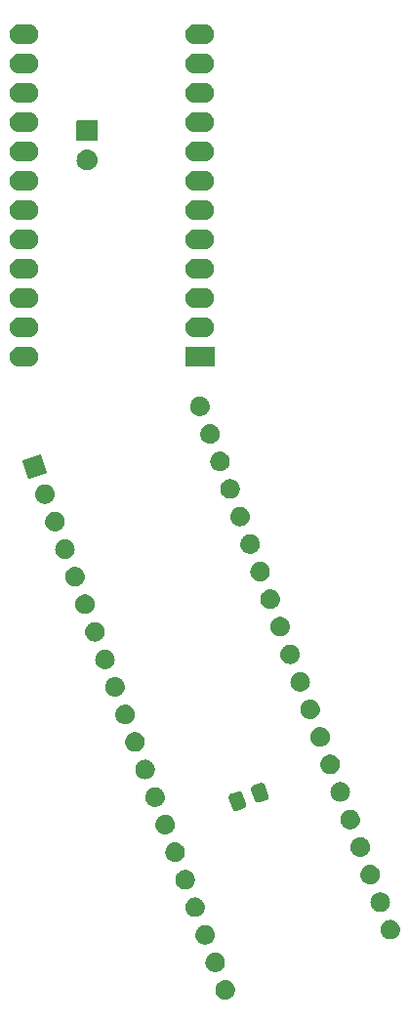
<source format=gbr>
%TF.GenerationSoftware,KiCad,Pcbnew,8.0.3*%
%TF.CreationDate,2024-06-29T11:18:24+02:00*%
%TF.ProjectId,adapter 8913-8910 Angle R,61646170-7465-4722-9038-3931332d3839,rev?*%
%TF.SameCoordinates,Original*%
%TF.FileFunction,Soldermask,Bot*%
%TF.FilePolarity,Negative*%
%FSLAX46Y46*%
G04 Gerber Fmt 4.6, Leading zero omitted, Abs format (unit mm)*
G04 Created by KiCad (PCBNEW 8.0.3) date 2024-06-29 11:18:24*
%MOMM*%
%LPD*%
G01*
G04 APERTURE LIST*
G04 APERTURE END LIST*
G36*
X131126176Y-107515615D02*
G01*
X131173931Y-107515615D01*
X131215171Y-107524380D01*
X131250878Y-107527898D01*
X131295736Y-107541505D01*
X131347950Y-107552604D01*
X131381361Y-107567479D01*
X131410412Y-107576292D01*
X131456579Y-107600968D01*
X131510477Y-107624965D01*
X131535531Y-107643168D01*
X131557430Y-107654873D01*
X131602105Y-107691537D01*
X131654407Y-107729537D01*
X131671388Y-107748396D01*
X131686297Y-107760632D01*
X131726364Y-107809454D01*
X131773450Y-107861748D01*
X131783341Y-107878880D01*
X131792056Y-107889499D01*
X131824283Y-107949793D01*
X131862404Y-108015820D01*
X131866790Y-108029321D01*
X131870637Y-108036517D01*
X131891838Y-108106408D01*
X131917381Y-108185020D01*
X131918280Y-108193576D01*
X131919031Y-108196051D01*
X131926348Y-108270342D01*
X131935977Y-108361953D01*
X131926347Y-108453572D01*
X131919031Y-108527854D01*
X131918280Y-108530328D01*
X131917381Y-108538886D01*
X131891833Y-108617511D01*
X131870637Y-108687388D01*
X131866791Y-108694582D01*
X131862404Y-108708086D01*
X131824276Y-108774125D01*
X131792056Y-108834406D01*
X131783343Y-108845022D01*
X131773450Y-108862158D01*
X131726355Y-108914462D01*
X131686297Y-108963273D01*
X131671391Y-108975505D01*
X131654407Y-108994369D01*
X131602095Y-109032376D01*
X131557430Y-109069032D01*
X131535536Y-109080733D01*
X131510477Y-109098941D01*
X131456568Y-109122942D01*
X131410412Y-109147613D01*
X131381368Y-109156423D01*
X131347950Y-109171302D01*
X131295725Y-109182402D01*
X131250878Y-109196007D01*
X131215180Y-109199523D01*
X131173931Y-109208291D01*
X131126165Y-109208291D01*
X131084977Y-109212348D01*
X131043788Y-109208291D01*
X130996023Y-109208291D01*
X130954774Y-109199523D01*
X130919075Y-109196007D01*
X130874225Y-109182401D01*
X130822004Y-109171302D01*
X130788587Y-109156424D01*
X130759541Y-109147613D01*
X130713379Y-109122939D01*
X130659477Y-109098941D01*
X130634420Y-109080736D01*
X130612523Y-109069032D01*
X130567850Y-109032369D01*
X130515547Y-108994369D01*
X130498565Y-108975508D01*
X130483656Y-108963273D01*
X130443587Y-108914449D01*
X130396504Y-108862158D01*
X130386613Y-108845026D01*
X130377897Y-108834406D01*
X130345664Y-108774101D01*
X130307550Y-108708086D01*
X130303163Y-108694587D01*
X130299316Y-108687388D01*
X130278105Y-108617465D01*
X130252573Y-108538886D01*
X130251674Y-108530333D01*
X130250922Y-108527854D01*
X130243590Y-108453420D01*
X130233977Y-108361953D01*
X130243589Y-108270493D01*
X130250922Y-108196051D01*
X130251674Y-108193571D01*
X130252573Y-108185020D01*
X130278100Y-108106455D01*
X130299316Y-108036517D01*
X130303164Y-108029316D01*
X130307550Y-108015820D01*
X130345657Y-107949816D01*
X130377897Y-107889499D01*
X130386615Y-107878876D01*
X130396504Y-107861748D01*
X130443578Y-107809466D01*
X130483656Y-107760632D01*
X130498568Y-107748393D01*
X130515547Y-107729537D01*
X130567839Y-107691544D01*
X130612523Y-107654873D01*
X130634425Y-107643166D01*
X130659477Y-107624965D01*
X130713368Y-107600971D01*
X130759541Y-107576292D01*
X130788594Y-107567478D01*
X130822004Y-107552604D01*
X130874214Y-107541506D01*
X130919075Y-107527898D01*
X130954783Y-107524380D01*
X130996023Y-107515615D01*
X131043778Y-107515615D01*
X131084977Y-107511557D01*
X131126176Y-107515615D01*
G37*
G36*
X130257445Y-105128795D02*
G01*
X130305200Y-105128795D01*
X130346440Y-105137560D01*
X130382147Y-105141078D01*
X130427005Y-105154685D01*
X130479219Y-105165784D01*
X130512630Y-105180659D01*
X130541681Y-105189472D01*
X130587848Y-105214148D01*
X130641746Y-105238145D01*
X130666800Y-105256348D01*
X130688699Y-105268053D01*
X130733374Y-105304717D01*
X130785676Y-105342717D01*
X130802657Y-105361576D01*
X130817566Y-105373812D01*
X130857633Y-105422634D01*
X130904719Y-105474928D01*
X130914610Y-105492060D01*
X130923325Y-105502679D01*
X130955552Y-105562973D01*
X130993673Y-105629000D01*
X130998059Y-105642501D01*
X131001906Y-105649697D01*
X131023107Y-105719588D01*
X131048650Y-105798200D01*
X131049549Y-105806756D01*
X131050300Y-105809231D01*
X131057617Y-105883522D01*
X131067246Y-105975133D01*
X131057616Y-106066752D01*
X131050300Y-106141034D01*
X131049549Y-106143508D01*
X131048650Y-106152066D01*
X131023102Y-106230691D01*
X131001906Y-106300568D01*
X130998060Y-106307762D01*
X130993673Y-106321266D01*
X130955545Y-106387305D01*
X130923325Y-106447586D01*
X130914612Y-106458202D01*
X130904719Y-106475338D01*
X130857624Y-106527642D01*
X130817566Y-106576453D01*
X130802660Y-106588685D01*
X130785676Y-106607549D01*
X130733364Y-106645556D01*
X130688699Y-106682212D01*
X130666805Y-106693913D01*
X130641746Y-106712121D01*
X130587837Y-106736122D01*
X130541681Y-106760793D01*
X130512637Y-106769603D01*
X130479219Y-106784482D01*
X130426994Y-106795582D01*
X130382147Y-106809187D01*
X130346449Y-106812703D01*
X130305200Y-106821471D01*
X130257434Y-106821471D01*
X130216246Y-106825528D01*
X130175057Y-106821471D01*
X130127292Y-106821471D01*
X130086043Y-106812703D01*
X130050344Y-106809187D01*
X130005494Y-106795581D01*
X129953273Y-106784482D01*
X129919856Y-106769604D01*
X129890810Y-106760793D01*
X129844648Y-106736119D01*
X129790746Y-106712121D01*
X129765689Y-106693916D01*
X129743792Y-106682212D01*
X129699119Y-106645549D01*
X129646816Y-106607549D01*
X129629834Y-106588688D01*
X129614925Y-106576453D01*
X129574856Y-106527629D01*
X129527773Y-106475338D01*
X129517882Y-106458206D01*
X129509166Y-106447586D01*
X129476933Y-106387281D01*
X129438819Y-106321266D01*
X129434432Y-106307767D01*
X129430585Y-106300568D01*
X129409374Y-106230645D01*
X129383842Y-106152066D01*
X129382943Y-106143513D01*
X129382191Y-106141034D01*
X129374859Y-106066600D01*
X129365246Y-105975133D01*
X129374858Y-105883673D01*
X129382191Y-105809231D01*
X129382943Y-105806751D01*
X129383842Y-105798200D01*
X129409369Y-105719635D01*
X129430585Y-105649697D01*
X129434433Y-105642496D01*
X129438819Y-105629000D01*
X129476926Y-105562996D01*
X129509166Y-105502679D01*
X129517884Y-105492056D01*
X129527773Y-105474928D01*
X129574847Y-105422646D01*
X129614925Y-105373812D01*
X129629837Y-105361573D01*
X129646816Y-105342717D01*
X129699108Y-105304724D01*
X129743792Y-105268053D01*
X129765694Y-105256346D01*
X129790746Y-105238145D01*
X129844637Y-105214151D01*
X129890810Y-105189472D01*
X129919863Y-105180658D01*
X129953273Y-105165784D01*
X130005483Y-105154686D01*
X130050344Y-105141078D01*
X130086052Y-105137560D01*
X130127292Y-105128795D01*
X130175047Y-105128795D01*
X130216246Y-105124737D01*
X130257445Y-105128795D01*
G37*
G36*
X129388714Y-102741976D02*
G01*
X129436469Y-102741976D01*
X129477709Y-102750741D01*
X129513416Y-102754259D01*
X129558274Y-102767866D01*
X129610488Y-102778965D01*
X129643899Y-102793840D01*
X129672950Y-102802653D01*
X129719117Y-102827329D01*
X129773015Y-102851326D01*
X129798069Y-102869529D01*
X129819968Y-102881234D01*
X129864643Y-102917898D01*
X129916945Y-102955898D01*
X129933926Y-102974757D01*
X129948835Y-102986993D01*
X129988902Y-103035815D01*
X130035988Y-103088109D01*
X130045879Y-103105241D01*
X130054594Y-103115860D01*
X130086821Y-103176154D01*
X130124942Y-103242181D01*
X130129328Y-103255682D01*
X130133175Y-103262878D01*
X130154376Y-103332769D01*
X130179919Y-103411381D01*
X130180818Y-103419937D01*
X130181569Y-103422412D01*
X130188886Y-103496703D01*
X130198515Y-103588314D01*
X130188885Y-103679933D01*
X130181569Y-103754215D01*
X130180818Y-103756689D01*
X130179919Y-103765247D01*
X130154371Y-103843872D01*
X130133175Y-103913749D01*
X130129329Y-103920943D01*
X130124942Y-103934447D01*
X130086814Y-104000486D01*
X130054594Y-104060767D01*
X130045881Y-104071383D01*
X130035988Y-104088519D01*
X129988893Y-104140823D01*
X129948835Y-104189634D01*
X129933929Y-104201866D01*
X129916945Y-104220730D01*
X129864633Y-104258737D01*
X129819968Y-104295393D01*
X129798074Y-104307094D01*
X129773015Y-104325302D01*
X129719106Y-104349303D01*
X129672950Y-104373974D01*
X129643906Y-104382784D01*
X129610488Y-104397663D01*
X129558263Y-104408763D01*
X129513416Y-104422368D01*
X129477718Y-104425884D01*
X129436469Y-104434652D01*
X129388703Y-104434652D01*
X129347515Y-104438709D01*
X129306326Y-104434652D01*
X129258561Y-104434652D01*
X129217312Y-104425884D01*
X129181613Y-104422368D01*
X129136763Y-104408762D01*
X129084542Y-104397663D01*
X129051125Y-104382785D01*
X129022079Y-104373974D01*
X128975917Y-104349300D01*
X128922015Y-104325302D01*
X128896958Y-104307097D01*
X128875061Y-104295393D01*
X128830388Y-104258730D01*
X128778085Y-104220730D01*
X128761103Y-104201869D01*
X128746194Y-104189634D01*
X128706125Y-104140810D01*
X128659042Y-104088519D01*
X128649151Y-104071387D01*
X128640435Y-104060767D01*
X128608202Y-104000462D01*
X128570088Y-103934447D01*
X128565701Y-103920948D01*
X128561854Y-103913749D01*
X128540643Y-103843826D01*
X128515111Y-103765247D01*
X128514212Y-103756694D01*
X128513460Y-103754215D01*
X128506128Y-103679781D01*
X128496515Y-103588314D01*
X128506127Y-103496854D01*
X128513460Y-103422412D01*
X128514212Y-103419932D01*
X128515111Y-103411381D01*
X128540638Y-103332816D01*
X128561854Y-103262878D01*
X128565702Y-103255677D01*
X128570088Y-103242181D01*
X128608195Y-103176177D01*
X128640435Y-103115860D01*
X128649153Y-103105237D01*
X128659042Y-103088109D01*
X128706116Y-103035827D01*
X128746194Y-102986993D01*
X128761106Y-102974754D01*
X128778085Y-102955898D01*
X128830377Y-102917905D01*
X128875061Y-102881234D01*
X128896963Y-102869527D01*
X128922015Y-102851326D01*
X128975906Y-102827332D01*
X129022079Y-102802653D01*
X129051132Y-102793839D01*
X129084542Y-102778965D01*
X129136752Y-102767867D01*
X129181613Y-102754259D01*
X129217321Y-102750741D01*
X129258561Y-102741976D01*
X129306316Y-102741976D01*
X129347515Y-102737918D01*
X129388714Y-102741976D01*
G37*
G36*
X145447092Y-102303228D02*
G01*
X145494847Y-102303228D01*
X145536087Y-102311993D01*
X145571794Y-102315511D01*
X145616652Y-102329118D01*
X145668866Y-102340217D01*
X145702277Y-102355092D01*
X145731328Y-102363905D01*
X145777495Y-102388581D01*
X145831393Y-102412578D01*
X145856447Y-102430781D01*
X145878346Y-102442486D01*
X145923021Y-102479150D01*
X145975323Y-102517150D01*
X145992304Y-102536009D01*
X146007213Y-102548245D01*
X146047280Y-102597067D01*
X146094366Y-102649361D01*
X146104257Y-102666493D01*
X146112972Y-102677112D01*
X146145199Y-102737406D01*
X146183320Y-102803433D01*
X146187706Y-102816934D01*
X146191553Y-102824130D01*
X146212754Y-102894021D01*
X146238297Y-102972633D01*
X146239196Y-102981189D01*
X146239947Y-102983664D01*
X146247264Y-103057955D01*
X146256893Y-103149566D01*
X146247263Y-103241185D01*
X146239947Y-103315467D01*
X146239196Y-103317941D01*
X146238297Y-103326499D01*
X146212749Y-103405124D01*
X146191553Y-103475001D01*
X146187707Y-103482195D01*
X146183320Y-103495699D01*
X146145192Y-103561738D01*
X146112972Y-103622019D01*
X146104259Y-103632635D01*
X146094366Y-103649771D01*
X146047271Y-103702075D01*
X146007213Y-103750886D01*
X145992307Y-103763118D01*
X145975323Y-103781982D01*
X145923011Y-103819989D01*
X145878346Y-103856645D01*
X145856452Y-103868346D01*
X145831393Y-103886554D01*
X145777484Y-103910555D01*
X145731328Y-103935226D01*
X145702284Y-103944036D01*
X145668866Y-103958915D01*
X145616641Y-103970015D01*
X145571794Y-103983620D01*
X145536096Y-103987136D01*
X145494847Y-103995904D01*
X145447081Y-103995904D01*
X145405893Y-103999961D01*
X145364704Y-103995904D01*
X145316939Y-103995904D01*
X145275690Y-103987136D01*
X145239991Y-103983620D01*
X145195141Y-103970014D01*
X145142920Y-103958915D01*
X145109503Y-103944037D01*
X145080457Y-103935226D01*
X145034295Y-103910552D01*
X144980393Y-103886554D01*
X144955336Y-103868349D01*
X144933439Y-103856645D01*
X144888766Y-103819982D01*
X144836463Y-103781982D01*
X144819481Y-103763121D01*
X144804572Y-103750886D01*
X144764503Y-103702062D01*
X144717420Y-103649771D01*
X144707529Y-103632639D01*
X144698813Y-103622019D01*
X144666580Y-103561714D01*
X144628466Y-103495699D01*
X144624079Y-103482200D01*
X144620232Y-103475001D01*
X144599021Y-103405078D01*
X144573489Y-103326499D01*
X144572590Y-103317946D01*
X144571838Y-103315467D01*
X144564506Y-103241033D01*
X144554893Y-103149566D01*
X144564505Y-103058106D01*
X144571838Y-102983664D01*
X144572590Y-102981184D01*
X144573489Y-102972633D01*
X144599016Y-102894068D01*
X144620232Y-102824130D01*
X144624080Y-102816929D01*
X144628466Y-102803433D01*
X144666573Y-102737429D01*
X144698813Y-102677112D01*
X144707531Y-102666489D01*
X144717420Y-102649361D01*
X144764494Y-102597079D01*
X144804572Y-102548245D01*
X144819484Y-102536006D01*
X144836463Y-102517150D01*
X144888755Y-102479157D01*
X144933439Y-102442486D01*
X144955341Y-102430779D01*
X144980393Y-102412578D01*
X145034284Y-102388584D01*
X145080457Y-102363905D01*
X145109510Y-102355091D01*
X145142920Y-102340217D01*
X145195130Y-102329119D01*
X145239991Y-102315511D01*
X145275699Y-102311993D01*
X145316939Y-102303228D01*
X145364694Y-102303228D01*
X145405893Y-102299170D01*
X145447092Y-102303228D01*
G37*
G36*
X128519983Y-100355157D02*
G01*
X128567738Y-100355157D01*
X128608978Y-100363922D01*
X128644685Y-100367440D01*
X128689543Y-100381047D01*
X128741757Y-100392146D01*
X128775168Y-100407021D01*
X128804219Y-100415834D01*
X128850386Y-100440510D01*
X128904284Y-100464507D01*
X128929338Y-100482710D01*
X128951237Y-100494415D01*
X128995912Y-100531079D01*
X129048214Y-100569079D01*
X129065195Y-100587938D01*
X129080104Y-100600174D01*
X129120171Y-100648996D01*
X129167257Y-100701290D01*
X129177148Y-100718422D01*
X129185863Y-100729041D01*
X129218090Y-100789335D01*
X129256211Y-100855362D01*
X129260597Y-100868863D01*
X129264444Y-100876059D01*
X129285645Y-100945950D01*
X129311188Y-101024562D01*
X129312087Y-101033118D01*
X129312838Y-101035593D01*
X129320155Y-101109884D01*
X129329784Y-101201495D01*
X129320154Y-101293114D01*
X129312838Y-101367396D01*
X129312087Y-101369870D01*
X129311188Y-101378428D01*
X129285640Y-101457053D01*
X129264444Y-101526930D01*
X129260598Y-101534124D01*
X129256211Y-101547628D01*
X129218083Y-101613667D01*
X129185863Y-101673948D01*
X129177150Y-101684564D01*
X129167257Y-101701700D01*
X129120162Y-101754004D01*
X129080104Y-101802815D01*
X129065198Y-101815047D01*
X129048214Y-101833911D01*
X128995902Y-101871918D01*
X128951237Y-101908574D01*
X128929343Y-101920275D01*
X128904284Y-101938483D01*
X128850375Y-101962484D01*
X128804219Y-101987155D01*
X128775175Y-101995965D01*
X128741757Y-102010844D01*
X128689532Y-102021944D01*
X128644685Y-102035549D01*
X128608987Y-102039065D01*
X128567738Y-102047833D01*
X128519972Y-102047833D01*
X128478784Y-102051890D01*
X128437595Y-102047833D01*
X128389830Y-102047833D01*
X128348581Y-102039065D01*
X128312882Y-102035549D01*
X128268032Y-102021943D01*
X128215811Y-102010844D01*
X128182394Y-101995966D01*
X128153348Y-101987155D01*
X128107186Y-101962481D01*
X128053284Y-101938483D01*
X128028227Y-101920278D01*
X128006330Y-101908574D01*
X127961657Y-101871911D01*
X127909354Y-101833911D01*
X127892372Y-101815050D01*
X127877463Y-101802815D01*
X127837394Y-101753991D01*
X127790311Y-101701700D01*
X127780420Y-101684568D01*
X127771704Y-101673948D01*
X127739471Y-101613643D01*
X127701357Y-101547628D01*
X127696970Y-101534129D01*
X127693123Y-101526930D01*
X127671912Y-101457007D01*
X127646380Y-101378428D01*
X127645481Y-101369875D01*
X127644729Y-101367396D01*
X127637397Y-101292962D01*
X127627784Y-101201495D01*
X127637396Y-101110035D01*
X127644729Y-101035593D01*
X127645481Y-101033113D01*
X127646380Y-101024562D01*
X127671907Y-100945997D01*
X127693123Y-100876059D01*
X127696971Y-100868858D01*
X127701357Y-100855362D01*
X127739464Y-100789358D01*
X127771704Y-100729041D01*
X127780422Y-100718418D01*
X127790311Y-100701290D01*
X127837385Y-100649008D01*
X127877463Y-100600174D01*
X127892375Y-100587935D01*
X127909354Y-100569079D01*
X127961646Y-100531086D01*
X128006330Y-100494415D01*
X128028232Y-100482708D01*
X128053284Y-100464507D01*
X128107175Y-100440513D01*
X128153348Y-100415834D01*
X128182401Y-100407020D01*
X128215811Y-100392146D01*
X128268021Y-100381048D01*
X128312882Y-100367440D01*
X128348590Y-100363922D01*
X128389830Y-100355157D01*
X128437585Y-100355157D01*
X128478784Y-100351099D01*
X128519983Y-100355157D01*
G37*
G36*
X144578360Y-99916408D02*
G01*
X144626115Y-99916408D01*
X144667355Y-99925173D01*
X144703062Y-99928691D01*
X144747920Y-99942298D01*
X144800134Y-99953397D01*
X144833545Y-99968272D01*
X144862596Y-99977085D01*
X144908763Y-100001761D01*
X144962661Y-100025758D01*
X144987715Y-100043961D01*
X145009614Y-100055666D01*
X145054289Y-100092330D01*
X145106591Y-100130330D01*
X145123572Y-100149189D01*
X145138481Y-100161425D01*
X145178548Y-100210247D01*
X145225634Y-100262541D01*
X145235525Y-100279673D01*
X145244240Y-100290292D01*
X145276467Y-100350586D01*
X145314588Y-100416613D01*
X145318974Y-100430114D01*
X145322821Y-100437310D01*
X145344022Y-100507201D01*
X145369565Y-100585813D01*
X145370464Y-100594369D01*
X145371215Y-100596844D01*
X145378532Y-100671135D01*
X145388161Y-100762746D01*
X145378531Y-100854365D01*
X145371215Y-100928647D01*
X145370464Y-100931121D01*
X145369565Y-100939679D01*
X145344017Y-101018304D01*
X145322821Y-101088181D01*
X145318975Y-101095375D01*
X145314588Y-101108879D01*
X145276460Y-101174918D01*
X145244240Y-101235199D01*
X145235527Y-101245815D01*
X145225634Y-101262951D01*
X145178539Y-101315255D01*
X145138481Y-101364066D01*
X145123575Y-101376298D01*
X145106591Y-101395162D01*
X145054279Y-101433169D01*
X145009614Y-101469825D01*
X144987720Y-101481526D01*
X144962661Y-101499734D01*
X144908752Y-101523735D01*
X144862596Y-101548406D01*
X144833552Y-101557216D01*
X144800134Y-101572095D01*
X144747909Y-101583195D01*
X144703062Y-101596800D01*
X144667364Y-101600316D01*
X144626115Y-101609084D01*
X144578349Y-101609084D01*
X144537161Y-101613141D01*
X144495972Y-101609084D01*
X144448207Y-101609084D01*
X144406958Y-101600316D01*
X144371259Y-101596800D01*
X144326409Y-101583194D01*
X144274188Y-101572095D01*
X144240771Y-101557217D01*
X144211725Y-101548406D01*
X144165563Y-101523732D01*
X144111661Y-101499734D01*
X144086604Y-101481529D01*
X144064707Y-101469825D01*
X144020034Y-101433162D01*
X143967731Y-101395162D01*
X143950749Y-101376301D01*
X143935840Y-101364066D01*
X143895771Y-101315242D01*
X143848688Y-101262951D01*
X143838797Y-101245819D01*
X143830081Y-101235199D01*
X143797848Y-101174894D01*
X143759734Y-101108879D01*
X143755347Y-101095380D01*
X143751500Y-101088181D01*
X143730289Y-101018258D01*
X143704757Y-100939679D01*
X143703858Y-100931126D01*
X143703106Y-100928647D01*
X143695774Y-100854213D01*
X143686161Y-100762746D01*
X143695773Y-100671286D01*
X143703106Y-100596844D01*
X143703858Y-100594364D01*
X143704757Y-100585813D01*
X143730284Y-100507248D01*
X143751500Y-100437310D01*
X143755348Y-100430109D01*
X143759734Y-100416613D01*
X143797841Y-100350609D01*
X143830081Y-100290292D01*
X143838799Y-100279669D01*
X143848688Y-100262541D01*
X143895762Y-100210259D01*
X143935840Y-100161425D01*
X143950752Y-100149186D01*
X143967731Y-100130330D01*
X144020023Y-100092337D01*
X144064707Y-100055666D01*
X144086609Y-100043959D01*
X144111661Y-100025758D01*
X144165552Y-100001764D01*
X144211725Y-99977085D01*
X144240778Y-99968271D01*
X144274188Y-99953397D01*
X144326398Y-99942299D01*
X144371259Y-99928691D01*
X144406967Y-99925173D01*
X144448207Y-99916408D01*
X144495962Y-99916408D01*
X144537161Y-99912350D01*
X144578360Y-99916408D01*
G37*
G36*
X127651251Y-97968338D02*
G01*
X127699006Y-97968338D01*
X127740246Y-97977103D01*
X127775953Y-97980621D01*
X127820811Y-97994228D01*
X127873025Y-98005327D01*
X127906436Y-98020202D01*
X127935487Y-98029015D01*
X127981654Y-98053691D01*
X128035552Y-98077688D01*
X128060606Y-98095891D01*
X128082505Y-98107596D01*
X128127180Y-98144260D01*
X128179482Y-98182260D01*
X128196463Y-98201119D01*
X128211372Y-98213355D01*
X128251439Y-98262177D01*
X128298525Y-98314471D01*
X128308416Y-98331603D01*
X128317131Y-98342222D01*
X128349358Y-98402516D01*
X128387479Y-98468543D01*
X128391865Y-98482044D01*
X128395712Y-98489240D01*
X128416913Y-98559131D01*
X128442456Y-98637743D01*
X128443355Y-98646299D01*
X128444106Y-98648774D01*
X128451423Y-98723065D01*
X128461052Y-98814676D01*
X128451422Y-98906295D01*
X128444106Y-98980577D01*
X128443355Y-98983051D01*
X128442456Y-98991609D01*
X128416908Y-99070234D01*
X128395712Y-99140111D01*
X128391866Y-99147305D01*
X128387479Y-99160809D01*
X128349351Y-99226848D01*
X128317131Y-99287129D01*
X128308418Y-99297745D01*
X128298525Y-99314881D01*
X128251430Y-99367185D01*
X128211372Y-99415996D01*
X128196466Y-99428228D01*
X128179482Y-99447092D01*
X128127170Y-99485099D01*
X128082505Y-99521755D01*
X128060611Y-99533456D01*
X128035552Y-99551664D01*
X127981643Y-99575665D01*
X127935487Y-99600336D01*
X127906443Y-99609146D01*
X127873025Y-99624025D01*
X127820800Y-99635125D01*
X127775953Y-99648730D01*
X127740255Y-99652246D01*
X127699006Y-99661014D01*
X127651240Y-99661014D01*
X127610052Y-99665071D01*
X127568863Y-99661014D01*
X127521098Y-99661014D01*
X127479849Y-99652246D01*
X127444150Y-99648730D01*
X127399300Y-99635124D01*
X127347079Y-99624025D01*
X127313662Y-99609147D01*
X127284616Y-99600336D01*
X127238454Y-99575662D01*
X127184552Y-99551664D01*
X127159495Y-99533459D01*
X127137598Y-99521755D01*
X127092925Y-99485092D01*
X127040622Y-99447092D01*
X127023640Y-99428231D01*
X127008731Y-99415996D01*
X126968662Y-99367172D01*
X126921579Y-99314881D01*
X126911688Y-99297749D01*
X126902972Y-99287129D01*
X126870739Y-99226824D01*
X126832625Y-99160809D01*
X126828238Y-99147310D01*
X126824391Y-99140111D01*
X126803180Y-99070188D01*
X126777648Y-98991609D01*
X126776749Y-98983056D01*
X126775997Y-98980577D01*
X126768665Y-98906143D01*
X126759052Y-98814676D01*
X126768664Y-98723216D01*
X126775997Y-98648774D01*
X126776749Y-98646294D01*
X126777648Y-98637743D01*
X126803175Y-98559178D01*
X126824391Y-98489240D01*
X126828239Y-98482039D01*
X126832625Y-98468543D01*
X126870732Y-98402539D01*
X126902972Y-98342222D01*
X126911690Y-98331599D01*
X126921579Y-98314471D01*
X126968653Y-98262189D01*
X127008731Y-98213355D01*
X127023643Y-98201116D01*
X127040622Y-98182260D01*
X127092914Y-98144267D01*
X127137598Y-98107596D01*
X127159500Y-98095889D01*
X127184552Y-98077688D01*
X127238443Y-98053694D01*
X127284616Y-98029015D01*
X127313669Y-98020201D01*
X127347079Y-98005327D01*
X127399289Y-97994229D01*
X127444150Y-97980621D01*
X127479858Y-97977103D01*
X127521098Y-97968338D01*
X127568853Y-97968338D01*
X127610052Y-97964280D01*
X127651251Y-97968338D01*
G37*
G36*
X143709629Y-97529589D02*
G01*
X143757384Y-97529589D01*
X143798624Y-97538354D01*
X143834331Y-97541872D01*
X143879189Y-97555479D01*
X143931403Y-97566578D01*
X143964814Y-97581453D01*
X143993865Y-97590266D01*
X144040032Y-97614942D01*
X144093930Y-97638939D01*
X144118984Y-97657142D01*
X144140883Y-97668847D01*
X144185558Y-97705511D01*
X144237860Y-97743511D01*
X144254841Y-97762370D01*
X144269750Y-97774606D01*
X144309817Y-97823428D01*
X144356903Y-97875722D01*
X144366794Y-97892854D01*
X144375509Y-97903473D01*
X144407736Y-97963767D01*
X144445857Y-98029794D01*
X144450243Y-98043295D01*
X144454090Y-98050491D01*
X144475291Y-98120382D01*
X144500834Y-98198994D01*
X144501733Y-98207550D01*
X144502484Y-98210025D01*
X144509801Y-98284316D01*
X144519430Y-98375927D01*
X144509800Y-98467546D01*
X144502484Y-98541828D01*
X144501733Y-98544302D01*
X144500834Y-98552860D01*
X144475286Y-98631485D01*
X144454090Y-98701362D01*
X144450244Y-98708556D01*
X144445857Y-98722060D01*
X144407729Y-98788099D01*
X144375509Y-98848380D01*
X144366796Y-98858996D01*
X144356903Y-98876132D01*
X144309808Y-98928436D01*
X144269750Y-98977247D01*
X144254844Y-98989479D01*
X144237860Y-99008343D01*
X144185548Y-99046350D01*
X144140883Y-99083006D01*
X144118989Y-99094707D01*
X144093930Y-99112915D01*
X144040021Y-99136916D01*
X143993865Y-99161587D01*
X143964821Y-99170397D01*
X143931403Y-99185276D01*
X143879178Y-99196376D01*
X143834331Y-99209981D01*
X143798633Y-99213497D01*
X143757384Y-99222265D01*
X143709618Y-99222265D01*
X143668430Y-99226322D01*
X143627241Y-99222265D01*
X143579476Y-99222265D01*
X143538227Y-99213497D01*
X143502528Y-99209981D01*
X143457678Y-99196375D01*
X143405457Y-99185276D01*
X143372040Y-99170398D01*
X143342994Y-99161587D01*
X143296832Y-99136913D01*
X143242930Y-99112915D01*
X143217873Y-99094710D01*
X143195976Y-99083006D01*
X143151303Y-99046343D01*
X143099000Y-99008343D01*
X143082018Y-98989482D01*
X143067109Y-98977247D01*
X143027040Y-98928423D01*
X142979957Y-98876132D01*
X142970066Y-98859000D01*
X142961350Y-98848380D01*
X142929117Y-98788075D01*
X142891003Y-98722060D01*
X142886616Y-98708561D01*
X142882769Y-98701362D01*
X142861558Y-98631439D01*
X142836026Y-98552860D01*
X142835127Y-98544307D01*
X142834375Y-98541828D01*
X142827043Y-98467394D01*
X142817430Y-98375927D01*
X142827042Y-98284467D01*
X142834375Y-98210025D01*
X142835127Y-98207545D01*
X142836026Y-98198994D01*
X142861553Y-98120429D01*
X142882769Y-98050491D01*
X142886617Y-98043290D01*
X142891003Y-98029794D01*
X142929110Y-97963790D01*
X142961350Y-97903473D01*
X142970068Y-97892850D01*
X142979957Y-97875722D01*
X143027031Y-97823440D01*
X143067109Y-97774606D01*
X143082021Y-97762367D01*
X143099000Y-97743511D01*
X143151292Y-97705518D01*
X143195976Y-97668847D01*
X143217878Y-97657140D01*
X143242930Y-97638939D01*
X143296821Y-97614945D01*
X143342994Y-97590266D01*
X143372047Y-97581452D01*
X143405457Y-97566578D01*
X143457667Y-97555480D01*
X143502528Y-97541872D01*
X143538236Y-97538354D01*
X143579476Y-97529589D01*
X143627231Y-97529589D01*
X143668430Y-97525531D01*
X143709629Y-97529589D01*
G37*
G36*
X126782520Y-95581518D02*
G01*
X126830275Y-95581518D01*
X126871515Y-95590283D01*
X126907222Y-95593801D01*
X126952080Y-95607408D01*
X127004294Y-95618507D01*
X127037705Y-95633382D01*
X127066756Y-95642195D01*
X127112923Y-95666871D01*
X127166821Y-95690868D01*
X127191875Y-95709071D01*
X127213774Y-95720776D01*
X127258449Y-95757440D01*
X127310751Y-95795440D01*
X127327732Y-95814299D01*
X127342641Y-95826535D01*
X127382708Y-95875357D01*
X127429794Y-95927651D01*
X127439685Y-95944783D01*
X127448400Y-95955402D01*
X127480627Y-96015696D01*
X127518748Y-96081723D01*
X127523134Y-96095224D01*
X127526981Y-96102420D01*
X127548182Y-96172311D01*
X127573725Y-96250923D01*
X127574624Y-96259479D01*
X127575375Y-96261954D01*
X127582692Y-96336245D01*
X127592321Y-96427856D01*
X127582691Y-96519475D01*
X127575375Y-96593757D01*
X127574624Y-96596231D01*
X127573725Y-96604789D01*
X127548177Y-96683414D01*
X127526981Y-96753291D01*
X127523135Y-96760485D01*
X127518748Y-96773989D01*
X127480620Y-96840028D01*
X127448400Y-96900309D01*
X127439687Y-96910925D01*
X127429794Y-96928061D01*
X127382699Y-96980365D01*
X127342641Y-97029176D01*
X127327735Y-97041408D01*
X127310751Y-97060272D01*
X127258439Y-97098279D01*
X127213774Y-97134935D01*
X127191880Y-97146636D01*
X127166821Y-97164844D01*
X127112912Y-97188845D01*
X127066756Y-97213516D01*
X127037712Y-97222326D01*
X127004294Y-97237205D01*
X126952069Y-97248305D01*
X126907222Y-97261910D01*
X126871524Y-97265426D01*
X126830275Y-97274194D01*
X126782509Y-97274194D01*
X126741321Y-97278251D01*
X126700132Y-97274194D01*
X126652367Y-97274194D01*
X126611118Y-97265426D01*
X126575419Y-97261910D01*
X126530569Y-97248304D01*
X126478348Y-97237205D01*
X126444931Y-97222327D01*
X126415885Y-97213516D01*
X126369723Y-97188842D01*
X126315821Y-97164844D01*
X126290764Y-97146639D01*
X126268867Y-97134935D01*
X126224194Y-97098272D01*
X126171891Y-97060272D01*
X126154909Y-97041411D01*
X126140000Y-97029176D01*
X126099931Y-96980352D01*
X126052848Y-96928061D01*
X126042957Y-96910929D01*
X126034241Y-96900309D01*
X126002008Y-96840004D01*
X125963894Y-96773989D01*
X125959507Y-96760490D01*
X125955660Y-96753291D01*
X125934449Y-96683368D01*
X125908917Y-96604789D01*
X125908018Y-96596236D01*
X125907266Y-96593757D01*
X125899934Y-96519323D01*
X125890321Y-96427856D01*
X125899933Y-96336396D01*
X125907266Y-96261954D01*
X125908018Y-96259474D01*
X125908917Y-96250923D01*
X125934444Y-96172358D01*
X125955660Y-96102420D01*
X125959508Y-96095219D01*
X125963894Y-96081723D01*
X126002001Y-96015719D01*
X126034241Y-95955402D01*
X126042959Y-95944779D01*
X126052848Y-95927651D01*
X126099922Y-95875369D01*
X126140000Y-95826535D01*
X126154912Y-95814296D01*
X126171891Y-95795440D01*
X126224183Y-95757447D01*
X126268867Y-95720776D01*
X126290769Y-95709069D01*
X126315821Y-95690868D01*
X126369712Y-95666874D01*
X126415885Y-95642195D01*
X126444938Y-95633381D01*
X126478348Y-95618507D01*
X126530558Y-95607409D01*
X126575419Y-95593801D01*
X126611127Y-95590283D01*
X126652367Y-95581518D01*
X126700122Y-95581518D01*
X126741321Y-95577460D01*
X126782520Y-95581518D01*
G37*
G36*
X142840898Y-95142770D02*
G01*
X142888653Y-95142770D01*
X142929893Y-95151535D01*
X142965600Y-95155053D01*
X143010458Y-95168660D01*
X143062672Y-95179759D01*
X143096083Y-95194634D01*
X143125134Y-95203447D01*
X143171301Y-95228123D01*
X143225199Y-95252120D01*
X143250253Y-95270323D01*
X143272152Y-95282028D01*
X143316827Y-95318692D01*
X143369129Y-95356692D01*
X143386110Y-95375551D01*
X143401019Y-95387787D01*
X143441086Y-95436609D01*
X143488172Y-95488903D01*
X143498063Y-95506035D01*
X143506778Y-95516654D01*
X143539005Y-95576948D01*
X143577126Y-95642975D01*
X143581512Y-95656476D01*
X143585359Y-95663672D01*
X143606560Y-95733563D01*
X143632103Y-95812175D01*
X143633002Y-95820731D01*
X143633753Y-95823206D01*
X143641070Y-95897497D01*
X143650699Y-95989108D01*
X143641069Y-96080727D01*
X143633753Y-96155009D01*
X143633002Y-96157483D01*
X143632103Y-96166041D01*
X143606555Y-96244666D01*
X143585359Y-96314543D01*
X143581513Y-96321737D01*
X143577126Y-96335241D01*
X143538998Y-96401280D01*
X143506778Y-96461561D01*
X143498065Y-96472177D01*
X143488172Y-96489313D01*
X143441077Y-96541617D01*
X143401019Y-96590428D01*
X143386113Y-96602660D01*
X143369129Y-96621524D01*
X143316817Y-96659531D01*
X143272152Y-96696187D01*
X143250258Y-96707888D01*
X143225199Y-96726096D01*
X143171290Y-96750097D01*
X143125134Y-96774768D01*
X143096090Y-96783578D01*
X143062672Y-96798457D01*
X143010447Y-96809557D01*
X142965600Y-96823162D01*
X142929902Y-96826678D01*
X142888653Y-96835446D01*
X142840887Y-96835446D01*
X142799699Y-96839503D01*
X142758510Y-96835446D01*
X142710745Y-96835446D01*
X142669496Y-96826678D01*
X142633797Y-96823162D01*
X142588947Y-96809556D01*
X142536726Y-96798457D01*
X142503309Y-96783579D01*
X142474263Y-96774768D01*
X142428101Y-96750094D01*
X142374199Y-96726096D01*
X142349142Y-96707891D01*
X142327245Y-96696187D01*
X142282572Y-96659524D01*
X142230269Y-96621524D01*
X142213287Y-96602663D01*
X142198378Y-96590428D01*
X142158309Y-96541604D01*
X142111226Y-96489313D01*
X142101335Y-96472181D01*
X142092619Y-96461561D01*
X142060386Y-96401256D01*
X142022272Y-96335241D01*
X142017885Y-96321742D01*
X142014038Y-96314543D01*
X141992827Y-96244620D01*
X141967295Y-96166041D01*
X141966396Y-96157488D01*
X141965644Y-96155009D01*
X141958312Y-96080575D01*
X141948699Y-95989108D01*
X141958311Y-95897648D01*
X141965644Y-95823206D01*
X141966396Y-95820726D01*
X141967295Y-95812175D01*
X141992822Y-95733610D01*
X142014038Y-95663672D01*
X142017886Y-95656471D01*
X142022272Y-95642975D01*
X142060379Y-95576971D01*
X142092619Y-95516654D01*
X142101337Y-95506031D01*
X142111226Y-95488903D01*
X142158300Y-95436621D01*
X142198378Y-95387787D01*
X142213290Y-95375548D01*
X142230269Y-95356692D01*
X142282561Y-95318699D01*
X142327245Y-95282028D01*
X142349147Y-95270321D01*
X142374199Y-95252120D01*
X142428090Y-95228126D01*
X142474263Y-95203447D01*
X142503316Y-95194633D01*
X142536726Y-95179759D01*
X142588936Y-95168661D01*
X142633797Y-95155053D01*
X142669505Y-95151535D01*
X142710745Y-95142770D01*
X142758500Y-95142770D01*
X142799699Y-95138712D01*
X142840898Y-95142770D01*
G37*
G36*
X125913789Y-93194700D02*
G01*
X125961544Y-93194700D01*
X126002784Y-93203465D01*
X126038491Y-93206983D01*
X126083349Y-93220590D01*
X126135563Y-93231689D01*
X126168974Y-93246564D01*
X126198025Y-93255377D01*
X126244192Y-93280053D01*
X126298090Y-93304050D01*
X126323144Y-93322253D01*
X126345043Y-93333958D01*
X126389718Y-93370622D01*
X126442020Y-93408622D01*
X126459001Y-93427481D01*
X126473910Y-93439717D01*
X126513977Y-93488539D01*
X126561063Y-93540833D01*
X126570954Y-93557965D01*
X126579669Y-93568584D01*
X126611896Y-93628878D01*
X126650017Y-93694905D01*
X126654403Y-93708406D01*
X126658250Y-93715602D01*
X126679451Y-93785493D01*
X126704994Y-93864105D01*
X126705893Y-93872661D01*
X126706644Y-93875136D01*
X126713961Y-93949427D01*
X126723590Y-94041038D01*
X126713960Y-94132657D01*
X126706644Y-94206939D01*
X126705893Y-94209413D01*
X126704994Y-94217971D01*
X126679446Y-94296596D01*
X126658250Y-94366473D01*
X126654404Y-94373667D01*
X126650017Y-94387171D01*
X126611889Y-94453210D01*
X126579669Y-94513491D01*
X126570956Y-94524107D01*
X126561063Y-94541243D01*
X126513968Y-94593547D01*
X126473910Y-94642358D01*
X126459004Y-94654590D01*
X126442020Y-94673454D01*
X126389708Y-94711461D01*
X126345043Y-94748117D01*
X126323149Y-94759818D01*
X126298090Y-94778026D01*
X126244181Y-94802027D01*
X126198025Y-94826698D01*
X126168981Y-94835508D01*
X126135563Y-94850387D01*
X126083338Y-94861487D01*
X126038491Y-94875092D01*
X126002793Y-94878608D01*
X125961544Y-94887376D01*
X125913778Y-94887376D01*
X125872590Y-94891433D01*
X125831401Y-94887376D01*
X125783636Y-94887376D01*
X125742387Y-94878608D01*
X125706688Y-94875092D01*
X125661838Y-94861486D01*
X125609617Y-94850387D01*
X125576200Y-94835509D01*
X125547154Y-94826698D01*
X125500992Y-94802024D01*
X125447090Y-94778026D01*
X125422033Y-94759821D01*
X125400136Y-94748117D01*
X125355463Y-94711454D01*
X125303160Y-94673454D01*
X125286178Y-94654593D01*
X125271269Y-94642358D01*
X125231200Y-94593534D01*
X125184117Y-94541243D01*
X125174226Y-94524111D01*
X125165510Y-94513491D01*
X125133277Y-94453186D01*
X125095163Y-94387171D01*
X125090776Y-94373672D01*
X125086929Y-94366473D01*
X125065718Y-94296550D01*
X125040186Y-94217971D01*
X125039287Y-94209418D01*
X125038535Y-94206939D01*
X125031203Y-94132505D01*
X125021590Y-94041038D01*
X125031202Y-93949578D01*
X125038535Y-93875136D01*
X125039287Y-93872656D01*
X125040186Y-93864105D01*
X125065713Y-93785540D01*
X125086929Y-93715602D01*
X125090777Y-93708401D01*
X125095163Y-93694905D01*
X125133270Y-93628901D01*
X125165510Y-93568584D01*
X125174228Y-93557961D01*
X125184117Y-93540833D01*
X125231191Y-93488551D01*
X125271269Y-93439717D01*
X125286181Y-93427478D01*
X125303160Y-93408622D01*
X125355452Y-93370629D01*
X125400136Y-93333958D01*
X125422038Y-93322251D01*
X125447090Y-93304050D01*
X125500981Y-93280056D01*
X125547154Y-93255377D01*
X125576207Y-93246563D01*
X125609617Y-93231689D01*
X125661827Y-93220591D01*
X125706688Y-93206983D01*
X125742396Y-93203465D01*
X125783636Y-93194700D01*
X125831391Y-93194700D01*
X125872590Y-93190642D01*
X125913789Y-93194700D01*
G37*
G36*
X141972167Y-92755951D02*
G01*
X142019922Y-92755951D01*
X142061162Y-92764716D01*
X142096869Y-92768234D01*
X142141727Y-92781841D01*
X142193941Y-92792940D01*
X142227352Y-92807815D01*
X142256403Y-92816628D01*
X142302570Y-92841304D01*
X142356468Y-92865301D01*
X142381522Y-92883504D01*
X142403421Y-92895209D01*
X142448096Y-92931873D01*
X142500398Y-92969873D01*
X142517379Y-92988732D01*
X142532288Y-93000968D01*
X142572355Y-93049790D01*
X142619441Y-93102084D01*
X142629332Y-93119216D01*
X142638047Y-93129835D01*
X142670274Y-93190129D01*
X142708395Y-93256156D01*
X142712781Y-93269657D01*
X142716628Y-93276853D01*
X142737829Y-93346744D01*
X142763372Y-93425356D01*
X142764271Y-93433912D01*
X142765022Y-93436387D01*
X142772339Y-93510678D01*
X142781968Y-93602289D01*
X142772338Y-93693908D01*
X142765022Y-93768190D01*
X142764271Y-93770664D01*
X142763372Y-93779222D01*
X142737824Y-93857847D01*
X142716628Y-93927724D01*
X142712782Y-93934918D01*
X142708395Y-93948422D01*
X142670267Y-94014461D01*
X142638047Y-94074742D01*
X142629334Y-94085358D01*
X142619441Y-94102494D01*
X142572346Y-94154798D01*
X142532288Y-94203609D01*
X142517382Y-94215841D01*
X142500398Y-94234705D01*
X142448086Y-94272712D01*
X142403421Y-94309368D01*
X142381527Y-94321069D01*
X142356468Y-94339277D01*
X142302559Y-94363278D01*
X142256403Y-94387949D01*
X142227359Y-94396759D01*
X142193941Y-94411638D01*
X142141716Y-94422738D01*
X142096869Y-94436343D01*
X142061171Y-94439859D01*
X142019922Y-94448627D01*
X141972156Y-94448627D01*
X141930968Y-94452684D01*
X141889779Y-94448627D01*
X141842014Y-94448627D01*
X141800765Y-94439859D01*
X141765066Y-94436343D01*
X141720216Y-94422737D01*
X141667995Y-94411638D01*
X141634578Y-94396760D01*
X141605532Y-94387949D01*
X141559370Y-94363275D01*
X141505468Y-94339277D01*
X141480411Y-94321072D01*
X141458514Y-94309368D01*
X141413841Y-94272705D01*
X141361538Y-94234705D01*
X141344556Y-94215844D01*
X141329647Y-94203609D01*
X141289578Y-94154785D01*
X141242495Y-94102494D01*
X141232604Y-94085362D01*
X141223888Y-94074742D01*
X141191655Y-94014437D01*
X141153541Y-93948422D01*
X141149154Y-93934923D01*
X141145307Y-93927724D01*
X141124096Y-93857801D01*
X141098564Y-93779222D01*
X141097665Y-93770669D01*
X141096913Y-93768190D01*
X141089581Y-93693756D01*
X141079968Y-93602289D01*
X141089580Y-93510829D01*
X141096913Y-93436387D01*
X141097665Y-93433907D01*
X141098564Y-93425356D01*
X141124091Y-93346791D01*
X141145307Y-93276853D01*
X141149155Y-93269652D01*
X141153541Y-93256156D01*
X141191648Y-93190152D01*
X141223888Y-93129835D01*
X141232606Y-93119212D01*
X141242495Y-93102084D01*
X141289569Y-93049802D01*
X141329647Y-93000968D01*
X141344559Y-92988729D01*
X141361538Y-92969873D01*
X141413830Y-92931880D01*
X141458514Y-92895209D01*
X141480416Y-92883502D01*
X141505468Y-92865301D01*
X141559359Y-92841307D01*
X141605532Y-92816628D01*
X141634585Y-92807814D01*
X141667995Y-92792940D01*
X141720205Y-92781842D01*
X141765066Y-92768234D01*
X141800774Y-92764716D01*
X141842014Y-92755951D01*
X141889769Y-92755951D01*
X141930968Y-92751893D01*
X141972167Y-92755951D01*
G37*
G36*
X132321786Y-91134608D02*
G01*
X132370940Y-91137893D01*
X132471193Y-91184642D01*
X132505297Y-91220177D01*
X132531986Y-91245064D01*
X132535817Y-91251976D01*
X132547789Y-91264450D01*
X132578872Y-91326473D01*
X132903791Y-92219181D01*
X132919848Y-92286674D01*
X132918695Y-92303921D01*
X132920203Y-92311678D01*
X132915757Y-92347882D01*
X132912472Y-92397045D01*
X132865723Y-92497298D01*
X132830160Y-92531429D01*
X132805297Y-92558092D01*
X132798391Y-92561920D01*
X132785915Y-92573894D01*
X132723892Y-92604977D01*
X132089599Y-92835840D01*
X132022107Y-92851897D01*
X132004852Y-92850743D01*
X131997099Y-92852251D01*
X131960904Y-92847806D01*
X131911736Y-92844521D01*
X131811483Y-92797772D01*
X131777377Y-92762236D01*
X131750689Y-92737349D01*
X131746857Y-92730436D01*
X131734887Y-92717964D01*
X131703804Y-92655941D01*
X131378885Y-91763233D01*
X131362828Y-91695740D01*
X131363980Y-91678495D01*
X131362472Y-91670735D01*
X131366919Y-91634511D01*
X131370204Y-91585369D01*
X131416953Y-91485116D01*
X131452497Y-91451002D01*
X131477378Y-91424321D01*
X131484288Y-91420490D01*
X131496761Y-91408520D01*
X131558784Y-91377437D01*
X131698807Y-91326473D01*
X132183831Y-91149938D01*
X132183838Y-91149936D01*
X132193077Y-91146574D01*
X132260569Y-91130517D01*
X132277818Y-91131669D01*
X132285576Y-91130162D01*
X132321786Y-91134608D01*
G37*
G36*
X125045058Y-90807880D02*
G01*
X125092813Y-90807880D01*
X125134053Y-90816645D01*
X125169760Y-90820163D01*
X125214618Y-90833770D01*
X125266832Y-90844869D01*
X125300243Y-90859744D01*
X125329294Y-90868557D01*
X125375461Y-90893233D01*
X125429359Y-90917230D01*
X125454413Y-90935433D01*
X125476312Y-90947138D01*
X125520987Y-90983802D01*
X125573289Y-91021802D01*
X125590270Y-91040661D01*
X125605179Y-91052897D01*
X125645246Y-91101719D01*
X125692332Y-91154013D01*
X125702223Y-91171145D01*
X125710938Y-91181764D01*
X125743165Y-91242058D01*
X125781286Y-91308085D01*
X125785672Y-91321586D01*
X125789519Y-91328782D01*
X125810720Y-91398673D01*
X125836263Y-91477285D01*
X125837162Y-91485841D01*
X125837913Y-91488316D01*
X125845230Y-91562607D01*
X125854859Y-91654218D01*
X125845229Y-91745837D01*
X125837913Y-91820119D01*
X125837162Y-91822593D01*
X125836263Y-91831151D01*
X125810715Y-91909776D01*
X125789519Y-91979653D01*
X125785673Y-91986847D01*
X125781286Y-92000351D01*
X125743158Y-92066390D01*
X125710938Y-92126671D01*
X125702225Y-92137287D01*
X125692332Y-92154423D01*
X125645237Y-92206727D01*
X125605179Y-92255538D01*
X125590273Y-92267770D01*
X125573289Y-92286634D01*
X125520977Y-92324641D01*
X125476312Y-92361297D01*
X125454418Y-92372998D01*
X125429359Y-92391206D01*
X125375450Y-92415207D01*
X125329294Y-92439878D01*
X125300250Y-92448688D01*
X125266832Y-92463567D01*
X125214607Y-92474667D01*
X125169760Y-92488272D01*
X125134062Y-92491788D01*
X125092813Y-92500556D01*
X125045047Y-92500556D01*
X125003859Y-92504613D01*
X124962670Y-92500556D01*
X124914905Y-92500556D01*
X124873656Y-92491788D01*
X124837957Y-92488272D01*
X124793107Y-92474666D01*
X124740886Y-92463567D01*
X124707469Y-92448689D01*
X124678423Y-92439878D01*
X124632261Y-92415204D01*
X124578359Y-92391206D01*
X124553302Y-92373001D01*
X124531405Y-92361297D01*
X124486732Y-92324634D01*
X124434429Y-92286634D01*
X124417447Y-92267773D01*
X124402538Y-92255538D01*
X124362469Y-92206714D01*
X124315386Y-92154423D01*
X124305495Y-92137291D01*
X124296779Y-92126671D01*
X124264546Y-92066366D01*
X124226432Y-92000351D01*
X124222045Y-91986852D01*
X124218198Y-91979653D01*
X124196987Y-91909730D01*
X124171455Y-91831151D01*
X124170556Y-91822598D01*
X124169804Y-91820119D01*
X124162472Y-91745685D01*
X124152859Y-91654218D01*
X124162471Y-91562758D01*
X124169804Y-91488316D01*
X124170556Y-91485836D01*
X124171455Y-91477285D01*
X124196982Y-91398720D01*
X124218198Y-91328782D01*
X124222046Y-91321581D01*
X124226432Y-91308085D01*
X124264539Y-91242081D01*
X124296779Y-91181764D01*
X124305497Y-91171141D01*
X124315386Y-91154013D01*
X124362460Y-91101731D01*
X124402538Y-91052897D01*
X124417450Y-91040658D01*
X124434429Y-91021802D01*
X124486721Y-90983809D01*
X124531405Y-90947138D01*
X124553307Y-90935431D01*
X124578359Y-90917230D01*
X124632250Y-90893236D01*
X124678423Y-90868557D01*
X124707476Y-90859743D01*
X124740886Y-90844869D01*
X124793096Y-90833771D01*
X124837957Y-90820163D01*
X124873665Y-90816645D01*
X124914905Y-90807880D01*
X124962660Y-90807880D01*
X125003859Y-90803822D01*
X125045058Y-90807880D01*
G37*
G36*
X134271646Y-90424916D02*
G01*
X134320800Y-90428201D01*
X134421053Y-90474950D01*
X134455157Y-90510485D01*
X134481846Y-90535372D01*
X134485677Y-90542284D01*
X134497649Y-90554758D01*
X134528732Y-90616781D01*
X134853651Y-91509489D01*
X134869708Y-91576982D01*
X134868555Y-91594229D01*
X134870063Y-91601986D01*
X134865617Y-91638190D01*
X134862332Y-91687353D01*
X134815583Y-91787606D01*
X134780020Y-91821737D01*
X134755157Y-91848400D01*
X134748251Y-91852228D01*
X134735775Y-91864202D01*
X134673752Y-91895285D01*
X134039459Y-92126148D01*
X133971967Y-92142205D01*
X133954712Y-92141051D01*
X133946959Y-92142559D01*
X133910764Y-92138114D01*
X133861596Y-92134829D01*
X133761343Y-92088080D01*
X133727237Y-92052544D01*
X133700549Y-92027657D01*
X133696717Y-92020744D01*
X133684747Y-92008272D01*
X133653664Y-91946249D01*
X133328745Y-91053541D01*
X133312688Y-90986048D01*
X133313840Y-90968803D01*
X133312332Y-90961043D01*
X133316779Y-90924819D01*
X133320064Y-90875677D01*
X133366813Y-90775424D01*
X133402357Y-90741310D01*
X133427238Y-90714629D01*
X133434148Y-90710798D01*
X133446621Y-90698828D01*
X133508644Y-90667745D01*
X133655901Y-90614148D01*
X134133691Y-90440246D01*
X134133698Y-90440244D01*
X134142937Y-90436882D01*
X134210429Y-90420825D01*
X134227678Y-90421977D01*
X134235436Y-90420470D01*
X134271646Y-90424916D01*
G37*
G36*
X141103435Y-90369131D02*
G01*
X141151190Y-90369131D01*
X141192430Y-90377896D01*
X141228137Y-90381414D01*
X141272995Y-90395021D01*
X141325209Y-90406120D01*
X141358620Y-90420995D01*
X141387671Y-90429808D01*
X141433838Y-90454484D01*
X141487736Y-90478481D01*
X141512790Y-90496684D01*
X141534689Y-90508389D01*
X141579364Y-90545053D01*
X141631666Y-90583053D01*
X141648647Y-90601912D01*
X141663556Y-90614148D01*
X141703623Y-90662970D01*
X141750709Y-90715264D01*
X141760600Y-90732396D01*
X141769315Y-90743015D01*
X141801542Y-90803309D01*
X141839663Y-90869336D01*
X141844049Y-90882837D01*
X141847896Y-90890033D01*
X141869097Y-90959924D01*
X141894640Y-91038536D01*
X141895539Y-91047092D01*
X141896290Y-91049567D01*
X141903607Y-91123858D01*
X141913236Y-91215469D01*
X141903606Y-91307088D01*
X141896290Y-91381370D01*
X141895539Y-91383844D01*
X141894640Y-91392402D01*
X141869092Y-91471027D01*
X141847896Y-91540904D01*
X141844050Y-91548098D01*
X141839663Y-91561602D01*
X141801535Y-91627641D01*
X141769315Y-91687922D01*
X141760602Y-91698538D01*
X141750709Y-91715674D01*
X141703614Y-91767978D01*
X141663556Y-91816789D01*
X141648650Y-91829021D01*
X141631666Y-91847885D01*
X141579354Y-91885892D01*
X141534689Y-91922548D01*
X141512795Y-91934249D01*
X141487736Y-91952457D01*
X141433827Y-91976458D01*
X141387671Y-92001129D01*
X141358627Y-92009939D01*
X141325209Y-92024818D01*
X141272984Y-92035918D01*
X141228137Y-92049523D01*
X141192439Y-92053039D01*
X141151190Y-92061807D01*
X141103424Y-92061807D01*
X141062236Y-92065864D01*
X141021047Y-92061807D01*
X140973282Y-92061807D01*
X140932033Y-92053039D01*
X140896334Y-92049523D01*
X140851484Y-92035917D01*
X140799263Y-92024818D01*
X140765846Y-92009940D01*
X140736800Y-92001129D01*
X140690638Y-91976455D01*
X140636736Y-91952457D01*
X140611679Y-91934252D01*
X140589782Y-91922548D01*
X140545109Y-91885885D01*
X140492806Y-91847885D01*
X140475824Y-91829024D01*
X140460915Y-91816789D01*
X140420846Y-91767965D01*
X140373763Y-91715674D01*
X140363872Y-91698542D01*
X140355156Y-91687922D01*
X140322923Y-91627617D01*
X140284809Y-91561602D01*
X140280422Y-91548103D01*
X140276575Y-91540904D01*
X140255364Y-91470981D01*
X140229832Y-91392402D01*
X140228933Y-91383849D01*
X140228181Y-91381370D01*
X140220849Y-91306936D01*
X140211236Y-91215469D01*
X140220848Y-91124009D01*
X140228181Y-91049567D01*
X140228933Y-91047087D01*
X140229832Y-91038536D01*
X140255359Y-90959971D01*
X140276575Y-90890033D01*
X140280423Y-90882832D01*
X140284809Y-90869336D01*
X140322916Y-90803332D01*
X140355156Y-90743015D01*
X140363874Y-90732392D01*
X140373763Y-90715264D01*
X140420837Y-90662982D01*
X140460915Y-90614148D01*
X140475827Y-90601909D01*
X140492806Y-90583053D01*
X140545098Y-90545060D01*
X140589782Y-90508389D01*
X140611684Y-90496682D01*
X140636736Y-90478481D01*
X140690627Y-90454487D01*
X140736800Y-90429808D01*
X140765853Y-90420994D01*
X140799263Y-90406120D01*
X140851473Y-90395022D01*
X140896334Y-90381414D01*
X140932042Y-90377896D01*
X140973282Y-90369131D01*
X141021037Y-90369131D01*
X141062236Y-90365073D01*
X141103435Y-90369131D01*
G37*
G36*
X124176327Y-88421061D02*
G01*
X124224082Y-88421061D01*
X124265322Y-88429826D01*
X124301029Y-88433344D01*
X124345887Y-88446951D01*
X124398101Y-88458050D01*
X124431512Y-88472925D01*
X124460563Y-88481738D01*
X124506730Y-88506414D01*
X124560628Y-88530411D01*
X124585682Y-88548614D01*
X124607581Y-88560319D01*
X124652256Y-88596983D01*
X124704558Y-88634983D01*
X124721539Y-88653842D01*
X124736448Y-88666078D01*
X124776515Y-88714900D01*
X124823601Y-88767194D01*
X124833492Y-88784326D01*
X124842207Y-88794945D01*
X124874434Y-88855239D01*
X124912555Y-88921266D01*
X124916941Y-88934767D01*
X124920788Y-88941963D01*
X124941989Y-89011854D01*
X124967532Y-89090466D01*
X124968431Y-89099022D01*
X124969182Y-89101497D01*
X124976499Y-89175788D01*
X124986128Y-89267399D01*
X124976498Y-89359018D01*
X124969182Y-89433300D01*
X124968431Y-89435774D01*
X124967532Y-89444332D01*
X124941984Y-89522957D01*
X124920788Y-89592834D01*
X124916942Y-89600028D01*
X124912555Y-89613532D01*
X124874427Y-89679571D01*
X124842207Y-89739852D01*
X124833494Y-89750468D01*
X124823601Y-89767604D01*
X124776506Y-89819908D01*
X124736448Y-89868719D01*
X124721542Y-89880951D01*
X124704558Y-89899815D01*
X124652246Y-89937822D01*
X124607581Y-89974478D01*
X124585687Y-89986179D01*
X124560628Y-90004387D01*
X124506719Y-90028388D01*
X124460563Y-90053059D01*
X124431519Y-90061869D01*
X124398101Y-90076748D01*
X124345876Y-90087848D01*
X124301029Y-90101453D01*
X124265331Y-90104969D01*
X124224082Y-90113737D01*
X124176316Y-90113737D01*
X124135128Y-90117794D01*
X124093939Y-90113737D01*
X124046174Y-90113737D01*
X124004925Y-90104969D01*
X123969226Y-90101453D01*
X123924376Y-90087847D01*
X123872155Y-90076748D01*
X123838738Y-90061870D01*
X123809692Y-90053059D01*
X123763530Y-90028385D01*
X123709628Y-90004387D01*
X123684571Y-89986182D01*
X123662674Y-89974478D01*
X123618001Y-89937815D01*
X123565698Y-89899815D01*
X123548716Y-89880954D01*
X123533807Y-89868719D01*
X123493738Y-89819895D01*
X123446655Y-89767604D01*
X123436764Y-89750472D01*
X123428048Y-89739852D01*
X123395815Y-89679547D01*
X123357701Y-89613532D01*
X123353314Y-89600033D01*
X123349467Y-89592834D01*
X123328256Y-89522911D01*
X123302724Y-89444332D01*
X123301825Y-89435779D01*
X123301073Y-89433300D01*
X123293741Y-89358866D01*
X123284128Y-89267399D01*
X123293740Y-89175939D01*
X123301073Y-89101497D01*
X123301825Y-89099017D01*
X123302724Y-89090466D01*
X123328251Y-89011901D01*
X123349467Y-88941963D01*
X123353315Y-88934762D01*
X123357701Y-88921266D01*
X123395808Y-88855262D01*
X123428048Y-88794945D01*
X123436766Y-88784322D01*
X123446655Y-88767194D01*
X123493729Y-88714912D01*
X123533807Y-88666078D01*
X123548719Y-88653839D01*
X123565698Y-88634983D01*
X123617990Y-88596990D01*
X123662674Y-88560319D01*
X123684576Y-88548612D01*
X123709628Y-88530411D01*
X123763519Y-88506417D01*
X123809692Y-88481738D01*
X123838745Y-88472924D01*
X123872155Y-88458050D01*
X123924365Y-88446952D01*
X123969226Y-88433344D01*
X124004934Y-88429826D01*
X124046174Y-88421061D01*
X124093929Y-88421061D01*
X124135128Y-88417003D01*
X124176327Y-88421061D01*
G37*
G36*
X140234703Y-87982312D02*
G01*
X140282458Y-87982312D01*
X140323698Y-87991077D01*
X140359405Y-87994595D01*
X140404263Y-88008202D01*
X140456477Y-88019301D01*
X140489888Y-88034176D01*
X140518939Y-88042989D01*
X140565106Y-88067665D01*
X140619004Y-88091662D01*
X140644058Y-88109865D01*
X140665957Y-88121570D01*
X140710632Y-88158234D01*
X140762934Y-88196234D01*
X140779915Y-88215093D01*
X140794824Y-88227329D01*
X140834891Y-88276151D01*
X140881977Y-88328445D01*
X140891868Y-88345577D01*
X140900583Y-88356196D01*
X140932810Y-88416490D01*
X140970931Y-88482517D01*
X140975317Y-88496018D01*
X140979164Y-88503214D01*
X141000365Y-88573105D01*
X141025908Y-88651717D01*
X141026807Y-88660273D01*
X141027558Y-88662748D01*
X141034875Y-88737039D01*
X141044504Y-88828650D01*
X141034874Y-88920269D01*
X141027558Y-88994551D01*
X141026807Y-88997025D01*
X141025908Y-89005583D01*
X141000360Y-89084208D01*
X140979164Y-89154085D01*
X140975318Y-89161279D01*
X140970931Y-89174783D01*
X140932803Y-89240822D01*
X140900583Y-89301103D01*
X140891870Y-89311719D01*
X140881977Y-89328855D01*
X140834882Y-89381159D01*
X140794824Y-89429970D01*
X140779918Y-89442202D01*
X140762934Y-89461066D01*
X140710622Y-89499073D01*
X140665957Y-89535729D01*
X140644063Y-89547430D01*
X140619004Y-89565638D01*
X140565095Y-89589639D01*
X140518939Y-89614310D01*
X140489895Y-89623120D01*
X140456477Y-89637999D01*
X140404252Y-89649099D01*
X140359405Y-89662704D01*
X140323707Y-89666220D01*
X140282458Y-89674988D01*
X140234692Y-89674988D01*
X140193504Y-89679045D01*
X140152315Y-89674988D01*
X140104550Y-89674988D01*
X140063301Y-89666220D01*
X140027602Y-89662704D01*
X139982752Y-89649098D01*
X139930531Y-89637999D01*
X139897114Y-89623121D01*
X139868068Y-89614310D01*
X139821906Y-89589636D01*
X139768004Y-89565638D01*
X139742947Y-89547433D01*
X139721050Y-89535729D01*
X139676377Y-89499066D01*
X139624074Y-89461066D01*
X139607092Y-89442205D01*
X139592183Y-89429970D01*
X139552114Y-89381146D01*
X139505031Y-89328855D01*
X139495140Y-89311723D01*
X139486424Y-89301103D01*
X139454191Y-89240798D01*
X139416077Y-89174783D01*
X139411690Y-89161284D01*
X139407843Y-89154085D01*
X139386632Y-89084162D01*
X139361100Y-89005583D01*
X139360201Y-88997030D01*
X139359449Y-88994551D01*
X139352117Y-88920117D01*
X139342504Y-88828650D01*
X139352116Y-88737190D01*
X139359449Y-88662748D01*
X139360201Y-88660268D01*
X139361100Y-88651717D01*
X139386627Y-88573152D01*
X139407843Y-88503214D01*
X139411691Y-88496013D01*
X139416077Y-88482517D01*
X139454184Y-88416513D01*
X139486424Y-88356196D01*
X139495142Y-88345573D01*
X139505031Y-88328445D01*
X139552105Y-88276163D01*
X139592183Y-88227329D01*
X139607095Y-88215090D01*
X139624074Y-88196234D01*
X139676366Y-88158241D01*
X139721050Y-88121570D01*
X139742952Y-88109863D01*
X139768004Y-88091662D01*
X139821895Y-88067668D01*
X139868068Y-88042989D01*
X139897121Y-88034175D01*
X139930531Y-88019301D01*
X139982741Y-88008203D01*
X140027602Y-87994595D01*
X140063310Y-87991077D01*
X140104550Y-87982312D01*
X140152305Y-87982312D01*
X140193504Y-87978254D01*
X140234703Y-87982312D01*
G37*
G36*
X123307597Y-86034241D02*
G01*
X123355352Y-86034241D01*
X123396592Y-86043006D01*
X123432299Y-86046524D01*
X123477157Y-86060131D01*
X123529371Y-86071230D01*
X123562782Y-86086105D01*
X123591833Y-86094918D01*
X123638000Y-86119594D01*
X123691898Y-86143591D01*
X123716952Y-86161794D01*
X123738851Y-86173499D01*
X123783526Y-86210163D01*
X123835828Y-86248163D01*
X123852809Y-86267022D01*
X123867718Y-86279258D01*
X123907785Y-86328080D01*
X123954871Y-86380374D01*
X123964762Y-86397506D01*
X123973477Y-86408125D01*
X124005704Y-86468419D01*
X124043825Y-86534446D01*
X124048211Y-86547947D01*
X124052058Y-86555143D01*
X124073259Y-86625034D01*
X124098802Y-86703646D01*
X124099701Y-86712202D01*
X124100452Y-86714677D01*
X124107769Y-86788968D01*
X124117398Y-86880579D01*
X124107768Y-86972198D01*
X124100452Y-87046480D01*
X124099701Y-87048954D01*
X124098802Y-87057512D01*
X124073254Y-87136137D01*
X124052058Y-87206014D01*
X124048212Y-87213208D01*
X124043825Y-87226712D01*
X124005697Y-87292751D01*
X123973477Y-87353032D01*
X123964764Y-87363648D01*
X123954871Y-87380784D01*
X123907776Y-87433088D01*
X123867718Y-87481899D01*
X123852812Y-87494131D01*
X123835828Y-87512995D01*
X123783516Y-87551002D01*
X123738851Y-87587658D01*
X123716957Y-87599359D01*
X123691898Y-87617567D01*
X123637989Y-87641568D01*
X123591833Y-87666239D01*
X123562789Y-87675049D01*
X123529371Y-87689928D01*
X123477146Y-87701028D01*
X123432299Y-87714633D01*
X123396601Y-87718149D01*
X123355352Y-87726917D01*
X123307586Y-87726917D01*
X123266398Y-87730974D01*
X123225209Y-87726917D01*
X123177444Y-87726917D01*
X123136195Y-87718149D01*
X123100496Y-87714633D01*
X123055646Y-87701027D01*
X123003425Y-87689928D01*
X122970008Y-87675050D01*
X122940962Y-87666239D01*
X122894800Y-87641565D01*
X122840898Y-87617567D01*
X122815841Y-87599362D01*
X122793944Y-87587658D01*
X122749271Y-87550995D01*
X122696968Y-87512995D01*
X122679986Y-87494134D01*
X122665077Y-87481899D01*
X122625008Y-87433075D01*
X122577925Y-87380784D01*
X122568034Y-87363652D01*
X122559318Y-87353032D01*
X122527085Y-87292727D01*
X122488971Y-87226712D01*
X122484584Y-87213213D01*
X122480737Y-87206014D01*
X122459526Y-87136091D01*
X122433994Y-87057512D01*
X122433095Y-87048959D01*
X122432343Y-87046480D01*
X122425011Y-86972046D01*
X122415398Y-86880579D01*
X122425010Y-86789119D01*
X122432343Y-86714677D01*
X122433095Y-86712197D01*
X122433994Y-86703646D01*
X122459521Y-86625081D01*
X122480737Y-86555143D01*
X122484585Y-86547942D01*
X122488971Y-86534446D01*
X122527078Y-86468442D01*
X122559318Y-86408125D01*
X122568036Y-86397502D01*
X122577925Y-86380374D01*
X122624999Y-86328092D01*
X122665077Y-86279258D01*
X122679989Y-86267019D01*
X122696968Y-86248163D01*
X122749260Y-86210170D01*
X122793944Y-86173499D01*
X122815846Y-86161792D01*
X122840898Y-86143591D01*
X122894789Y-86119597D01*
X122940962Y-86094918D01*
X122970015Y-86086104D01*
X123003425Y-86071230D01*
X123055635Y-86060132D01*
X123100496Y-86046524D01*
X123136204Y-86043006D01*
X123177444Y-86034241D01*
X123225199Y-86034241D01*
X123266398Y-86030183D01*
X123307597Y-86034241D01*
G37*
G36*
X139365974Y-85595493D02*
G01*
X139413729Y-85595493D01*
X139454969Y-85604258D01*
X139490676Y-85607776D01*
X139535534Y-85621383D01*
X139587748Y-85632482D01*
X139621159Y-85647357D01*
X139650210Y-85656170D01*
X139696377Y-85680846D01*
X139750275Y-85704843D01*
X139775329Y-85723046D01*
X139797228Y-85734751D01*
X139841903Y-85771415D01*
X139894205Y-85809415D01*
X139911186Y-85828274D01*
X139926095Y-85840510D01*
X139966162Y-85889332D01*
X140013248Y-85941626D01*
X140023139Y-85958758D01*
X140031854Y-85969377D01*
X140064081Y-86029671D01*
X140102202Y-86095698D01*
X140106588Y-86109199D01*
X140110435Y-86116395D01*
X140131636Y-86186286D01*
X140157179Y-86264898D01*
X140158078Y-86273454D01*
X140158829Y-86275929D01*
X140166146Y-86350220D01*
X140175775Y-86441831D01*
X140166145Y-86533450D01*
X140158829Y-86607732D01*
X140158078Y-86610206D01*
X140157179Y-86618764D01*
X140131631Y-86697389D01*
X140110435Y-86767266D01*
X140106589Y-86774460D01*
X140102202Y-86787964D01*
X140064074Y-86854003D01*
X140031854Y-86914284D01*
X140023141Y-86924900D01*
X140013248Y-86942036D01*
X139966153Y-86994340D01*
X139926095Y-87043151D01*
X139911189Y-87055383D01*
X139894205Y-87074247D01*
X139841893Y-87112254D01*
X139797228Y-87148910D01*
X139775334Y-87160611D01*
X139750275Y-87178819D01*
X139696366Y-87202820D01*
X139650210Y-87227491D01*
X139621166Y-87236301D01*
X139587748Y-87251180D01*
X139535523Y-87262280D01*
X139490676Y-87275885D01*
X139454978Y-87279401D01*
X139413729Y-87288169D01*
X139365963Y-87288169D01*
X139324775Y-87292226D01*
X139283586Y-87288169D01*
X139235821Y-87288169D01*
X139194572Y-87279401D01*
X139158873Y-87275885D01*
X139114023Y-87262279D01*
X139061802Y-87251180D01*
X139028385Y-87236302D01*
X138999339Y-87227491D01*
X138953177Y-87202817D01*
X138899275Y-87178819D01*
X138874218Y-87160614D01*
X138852321Y-87148910D01*
X138807648Y-87112247D01*
X138755345Y-87074247D01*
X138738363Y-87055386D01*
X138723454Y-87043151D01*
X138683385Y-86994327D01*
X138636302Y-86942036D01*
X138626411Y-86924904D01*
X138617695Y-86914284D01*
X138585462Y-86853979D01*
X138547348Y-86787964D01*
X138542961Y-86774465D01*
X138539114Y-86767266D01*
X138517903Y-86697343D01*
X138492371Y-86618764D01*
X138491472Y-86610211D01*
X138490720Y-86607732D01*
X138483388Y-86533298D01*
X138473775Y-86441831D01*
X138483387Y-86350371D01*
X138490720Y-86275929D01*
X138491472Y-86273449D01*
X138492371Y-86264898D01*
X138517898Y-86186333D01*
X138539114Y-86116395D01*
X138542962Y-86109194D01*
X138547348Y-86095698D01*
X138585455Y-86029694D01*
X138617695Y-85969377D01*
X138626413Y-85958754D01*
X138636302Y-85941626D01*
X138683376Y-85889344D01*
X138723454Y-85840510D01*
X138738366Y-85828271D01*
X138755345Y-85809415D01*
X138807637Y-85771422D01*
X138852321Y-85734751D01*
X138874223Y-85723044D01*
X138899275Y-85704843D01*
X138953166Y-85680849D01*
X138999339Y-85656170D01*
X139028392Y-85647356D01*
X139061802Y-85632482D01*
X139114012Y-85621384D01*
X139158873Y-85607776D01*
X139194581Y-85604258D01*
X139235821Y-85595493D01*
X139283576Y-85595493D01*
X139324775Y-85591435D01*
X139365974Y-85595493D01*
G37*
G36*
X122438864Y-83647423D02*
G01*
X122486619Y-83647423D01*
X122527859Y-83656188D01*
X122563566Y-83659706D01*
X122608424Y-83673313D01*
X122660638Y-83684412D01*
X122694049Y-83699287D01*
X122723100Y-83708100D01*
X122769267Y-83732776D01*
X122823165Y-83756773D01*
X122848219Y-83774976D01*
X122870118Y-83786681D01*
X122914793Y-83823345D01*
X122967095Y-83861345D01*
X122984076Y-83880204D01*
X122998985Y-83892440D01*
X123039052Y-83941262D01*
X123086138Y-83993556D01*
X123096029Y-84010688D01*
X123104744Y-84021307D01*
X123136971Y-84081601D01*
X123175092Y-84147628D01*
X123179478Y-84161129D01*
X123183325Y-84168325D01*
X123204526Y-84238216D01*
X123230069Y-84316828D01*
X123230968Y-84325384D01*
X123231719Y-84327859D01*
X123239036Y-84402150D01*
X123248665Y-84493761D01*
X123239035Y-84585380D01*
X123231719Y-84659662D01*
X123230968Y-84662136D01*
X123230069Y-84670694D01*
X123204521Y-84749319D01*
X123183325Y-84819196D01*
X123179479Y-84826390D01*
X123175092Y-84839894D01*
X123136964Y-84905933D01*
X123104744Y-84966214D01*
X123096031Y-84976830D01*
X123086138Y-84993966D01*
X123039043Y-85046270D01*
X122998985Y-85095081D01*
X122984079Y-85107313D01*
X122967095Y-85126177D01*
X122914783Y-85164184D01*
X122870118Y-85200840D01*
X122848224Y-85212541D01*
X122823165Y-85230749D01*
X122769256Y-85254750D01*
X122723100Y-85279421D01*
X122694056Y-85288231D01*
X122660638Y-85303110D01*
X122608413Y-85314210D01*
X122563566Y-85327815D01*
X122527868Y-85331331D01*
X122486619Y-85340099D01*
X122438853Y-85340099D01*
X122397665Y-85344156D01*
X122356476Y-85340099D01*
X122308711Y-85340099D01*
X122267462Y-85331331D01*
X122231763Y-85327815D01*
X122186913Y-85314209D01*
X122134692Y-85303110D01*
X122101275Y-85288232D01*
X122072229Y-85279421D01*
X122026067Y-85254747D01*
X121972165Y-85230749D01*
X121947108Y-85212544D01*
X121925211Y-85200840D01*
X121880538Y-85164177D01*
X121828235Y-85126177D01*
X121811253Y-85107316D01*
X121796344Y-85095081D01*
X121756275Y-85046257D01*
X121709192Y-84993966D01*
X121699301Y-84976834D01*
X121690585Y-84966214D01*
X121658352Y-84905909D01*
X121620238Y-84839894D01*
X121615851Y-84826395D01*
X121612004Y-84819196D01*
X121590793Y-84749273D01*
X121565261Y-84670694D01*
X121564362Y-84662141D01*
X121563610Y-84659662D01*
X121556278Y-84585228D01*
X121546665Y-84493761D01*
X121556277Y-84402301D01*
X121563610Y-84327859D01*
X121564362Y-84325379D01*
X121565261Y-84316828D01*
X121590788Y-84238263D01*
X121612004Y-84168325D01*
X121615852Y-84161124D01*
X121620238Y-84147628D01*
X121658345Y-84081624D01*
X121690585Y-84021307D01*
X121699303Y-84010684D01*
X121709192Y-83993556D01*
X121756266Y-83941274D01*
X121796344Y-83892440D01*
X121811256Y-83880201D01*
X121828235Y-83861345D01*
X121880527Y-83823352D01*
X121925211Y-83786681D01*
X121947113Y-83774974D01*
X121972165Y-83756773D01*
X122026056Y-83732779D01*
X122072229Y-83708100D01*
X122101282Y-83699286D01*
X122134692Y-83684412D01*
X122186902Y-83673314D01*
X122231763Y-83659706D01*
X122267471Y-83656188D01*
X122308711Y-83647423D01*
X122356466Y-83647423D01*
X122397665Y-83643365D01*
X122438864Y-83647423D01*
G37*
G36*
X138497242Y-83208674D02*
G01*
X138544997Y-83208674D01*
X138586237Y-83217439D01*
X138621944Y-83220957D01*
X138666802Y-83234564D01*
X138719016Y-83245663D01*
X138752427Y-83260538D01*
X138781478Y-83269351D01*
X138827645Y-83294027D01*
X138881543Y-83318024D01*
X138906597Y-83336227D01*
X138928496Y-83347932D01*
X138973171Y-83384596D01*
X139025473Y-83422596D01*
X139042454Y-83441455D01*
X139057363Y-83453691D01*
X139097430Y-83502513D01*
X139144516Y-83554807D01*
X139154407Y-83571939D01*
X139163122Y-83582558D01*
X139195349Y-83642852D01*
X139233470Y-83708879D01*
X139237856Y-83722380D01*
X139241703Y-83729576D01*
X139262904Y-83799467D01*
X139288447Y-83878079D01*
X139289346Y-83886635D01*
X139290097Y-83889110D01*
X139297414Y-83963401D01*
X139307043Y-84055012D01*
X139297413Y-84146631D01*
X139290097Y-84220913D01*
X139289346Y-84223387D01*
X139288447Y-84231945D01*
X139262899Y-84310570D01*
X139241703Y-84380447D01*
X139237857Y-84387641D01*
X139233470Y-84401145D01*
X139195342Y-84467184D01*
X139163122Y-84527465D01*
X139154409Y-84538081D01*
X139144516Y-84555217D01*
X139097421Y-84607521D01*
X139057363Y-84656332D01*
X139042457Y-84668564D01*
X139025473Y-84687428D01*
X138973161Y-84725435D01*
X138928496Y-84762091D01*
X138906602Y-84773792D01*
X138881543Y-84792000D01*
X138827634Y-84816001D01*
X138781478Y-84840672D01*
X138752434Y-84849482D01*
X138719016Y-84864361D01*
X138666791Y-84875461D01*
X138621944Y-84889066D01*
X138586246Y-84892582D01*
X138544997Y-84901350D01*
X138497231Y-84901350D01*
X138456043Y-84905407D01*
X138414854Y-84901350D01*
X138367089Y-84901350D01*
X138325840Y-84892582D01*
X138290141Y-84889066D01*
X138245291Y-84875460D01*
X138193070Y-84864361D01*
X138159653Y-84849483D01*
X138130607Y-84840672D01*
X138084445Y-84815998D01*
X138030543Y-84792000D01*
X138005486Y-84773795D01*
X137983589Y-84762091D01*
X137938916Y-84725428D01*
X137886613Y-84687428D01*
X137869631Y-84668567D01*
X137854722Y-84656332D01*
X137814653Y-84607508D01*
X137767570Y-84555217D01*
X137757679Y-84538085D01*
X137748963Y-84527465D01*
X137716730Y-84467160D01*
X137678616Y-84401145D01*
X137674229Y-84387646D01*
X137670382Y-84380447D01*
X137649171Y-84310524D01*
X137623639Y-84231945D01*
X137622740Y-84223392D01*
X137621988Y-84220913D01*
X137614656Y-84146479D01*
X137605043Y-84055012D01*
X137614655Y-83963552D01*
X137621988Y-83889110D01*
X137622740Y-83886630D01*
X137623639Y-83878079D01*
X137649166Y-83799514D01*
X137670382Y-83729576D01*
X137674230Y-83722375D01*
X137678616Y-83708879D01*
X137716723Y-83642875D01*
X137748963Y-83582558D01*
X137757681Y-83571935D01*
X137767570Y-83554807D01*
X137814644Y-83502525D01*
X137854722Y-83453691D01*
X137869634Y-83441452D01*
X137886613Y-83422596D01*
X137938905Y-83384603D01*
X137983589Y-83347932D01*
X138005491Y-83336225D01*
X138030543Y-83318024D01*
X138084434Y-83294030D01*
X138130607Y-83269351D01*
X138159660Y-83260537D01*
X138193070Y-83245663D01*
X138245280Y-83234565D01*
X138290141Y-83220957D01*
X138325849Y-83217439D01*
X138367089Y-83208674D01*
X138414844Y-83208674D01*
X138456043Y-83204616D01*
X138497242Y-83208674D01*
G37*
G36*
X121570133Y-81260603D02*
G01*
X121617888Y-81260603D01*
X121659128Y-81269368D01*
X121694835Y-81272886D01*
X121739693Y-81286493D01*
X121791907Y-81297592D01*
X121825318Y-81312467D01*
X121854369Y-81321280D01*
X121900536Y-81345956D01*
X121954434Y-81369953D01*
X121979488Y-81388156D01*
X122001387Y-81399861D01*
X122046062Y-81436525D01*
X122098364Y-81474525D01*
X122115345Y-81493384D01*
X122130254Y-81505620D01*
X122170321Y-81554442D01*
X122217407Y-81606736D01*
X122227298Y-81623868D01*
X122236013Y-81634487D01*
X122268240Y-81694781D01*
X122306361Y-81760808D01*
X122310747Y-81774309D01*
X122314594Y-81781505D01*
X122335795Y-81851396D01*
X122361338Y-81930008D01*
X122362237Y-81938564D01*
X122362988Y-81941039D01*
X122370305Y-82015330D01*
X122379934Y-82106941D01*
X122370304Y-82198560D01*
X122362988Y-82272842D01*
X122362237Y-82275316D01*
X122361338Y-82283874D01*
X122335790Y-82362499D01*
X122314594Y-82432376D01*
X122310748Y-82439570D01*
X122306361Y-82453074D01*
X122268233Y-82519113D01*
X122236013Y-82579394D01*
X122227300Y-82590010D01*
X122217407Y-82607146D01*
X122170312Y-82659450D01*
X122130254Y-82708261D01*
X122115348Y-82720493D01*
X122098364Y-82739357D01*
X122046052Y-82777364D01*
X122001387Y-82814020D01*
X121979493Y-82825721D01*
X121954434Y-82843929D01*
X121900525Y-82867930D01*
X121854369Y-82892601D01*
X121825325Y-82901411D01*
X121791907Y-82916290D01*
X121739682Y-82927390D01*
X121694835Y-82940995D01*
X121659137Y-82944511D01*
X121617888Y-82953279D01*
X121570122Y-82953279D01*
X121528934Y-82957336D01*
X121487745Y-82953279D01*
X121439980Y-82953279D01*
X121398731Y-82944511D01*
X121363032Y-82940995D01*
X121318182Y-82927389D01*
X121265961Y-82916290D01*
X121232544Y-82901412D01*
X121203498Y-82892601D01*
X121157336Y-82867927D01*
X121103434Y-82843929D01*
X121078377Y-82825724D01*
X121056480Y-82814020D01*
X121011807Y-82777357D01*
X120959504Y-82739357D01*
X120942522Y-82720496D01*
X120927613Y-82708261D01*
X120887544Y-82659437D01*
X120840461Y-82607146D01*
X120830570Y-82590014D01*
X120821854Y-82579394D01*
X120789621Y-82519089D01*
X120751507Y-82453074D01*
X120747120Y-82439575D01*
X120743273Y-82432376D01*
X120722062Y-82362453D01*
X120696530Y-82283874D01*
X120695631Y-82275321D01*
X120694879Y-82272842D01*
X120687547Y-82198408D01*
X120677934Y-82106941D01*
X120687546Y-82015481D01*
X120694879Y-81941039D01*
X120695631Y-81938559D01*
X120696530Y-81930008D01*
X120722057Y-81851443D01*
X120743273Y-81781505D01*
X120747121Y-81774304D01*
X120751507Y-81760808D01*
X120789614Y-81694804D01*
X120821854Y-81634487D01*
X120830572Y-81623864D01*
X120840461Y-81606736D01*
X120887535Y-81554454D01*
X120927613Y-81505620D01*
X120942525Y-81493381D01*
X120959504Y-81474525D01*
X121011796Y-81436532D01*
X121056480Y-81399861D01*
X121078382Y-81388154D01*
X121103434Y-81369953D01*
X121157325Y-81345959D01*
X121203498Y-81321280D01*
X121232551Y-81312466D01*
X121265961Y-81297592D01*
X121318171Y-81286494D01*
X121363032Y-81272886D01*
X121398740Y-81269368D01*
X121439980Y-81260603D01*
X121487735Y-81260603D01*
X121528934Y-81256545D01*
X121570133Y-81260603D01*
G37*
G36*
X137628511Y-80821854D02*
G01*
X137676266Y-80821854D01*
X137717506Y-80830619D01*
X137753213Y-80834137D01*
X137798071Y-80847744D01*
X137850285Y-80858843D01*
X137883696Y-80873718D01*
X137912747Y-80882531D01*
X137958914Y-80907207D01*
X138012812Y-80931204D01*
X138037866Y-80949407D01*
X138059765Y-80961112D01*
X138104440Y-80997776D01*
X138156742Y-81035776D01*
X138173723Y-81054635D01*
X138188632Y-81066871D01*
X138228699Y-81115693D01*
X138275785Y-81167987D01*
X138285676Y-81185119D01*
X138294391Y-81195738D01*
X138326618Y-81256032D01*
X138364739Y-81322059D01*
X138369125Y-81335560D01*
X138372972Y-81342756D01*
X138394173Y-81412647D01*
X138419716Y-81491259D01*
X138420615Y-81499815D01*
X138421366Y-81502290D01*
X138428683Y-81576581D01*
X138438312Y-81668192D01*
X138428682Y-81759811D01*
X138421366Y-81834093D01*
X138420615Y-81836567D01*
X138419716Y-81845125D01*
X138394168Y-81923750D01*
X138372972Y-81993627D01*
X138369126Y-82000821D01*
X138364739Y-82014325D01*
X138326611Y-82080364D01*
X138294391Y-82140645D01*
X138285678Y-82151261D01*
X138275785Y-82168397D01*
X138228690Y-82220701D01*
X138188632Y-82269512D01*
X138173726Y-82281744D01*
X138156742Y-82300608D01*
X138104430Y-82338615D01*
X138059765Y-82375271D01*
X138037871Y-82386972D01*
X138012812Y-82405180D01*
X137958903Y-82429181D01*
X137912747Y-82453852D01*
X137883703Y-82462662D01*
X137850285Y-82477541D01*
X137798060Y-82488641D01*
X137753213Y-82502246D01*
X137717515Y-82505762D01*
X137676266Y-82514530D01*
X137628500Y-82514530D01*
X137587312Y-82518587D01*
X137546123Y-82514530D01*
X137498358Y-82514530D01*
X137457109Y-82505762D01*
X137421410Y-82502246D01*
X137376560Y-82488640D01*
X137324339Y-82477541D01*
X137290922Y-82462663D01*
X137261876Y-82453852D01*
X137215714Y-82429178D01*
X137161812Y-82405180D01*
X137136755Y-82386975D01*
X137114858Y-82375271D01*
X137070185Y-82338608D01*
X137017882Y-82300608D01*
X137000900Y-82281747D01*
X136985991Y-82269512D01*
X136945922Y-82220688D01*
X136898839Y-82168397D01*
X136888948Y-82151265D01*
X136880232Y-82140645D01*
X136847999Y-82080340D01*
X136809885Y-82014325D01*
X136805498Y-82000826D01*
X136801651Y-81993627D01*
X136780440Y-81923704D01*
X136754908Y-81845125D01*
X136754009Y-81836572D01*
X136753257Y-81834093D01*
X136745925Y-81759659D01*
X136736312Y-81668192D01*
X136745924Y-81576732D01*
X136753257Y-81502290D01*
X136754009Y-81499810D01*
X136754908Y-81491259D01*
X136780435Y-81412694D01*
X136801651Y-81342756D01*
X136805499Y-81335555D01*
X136809885Y-81322059D01*
X136847992Y-81256055D01*
X136880232Y-81195738D01*
X136888950Y-81185115D01*
X136898839Y-81167987D01*
X136945913Y-81115705D01*
X136985991Y-81066871D01*
X137000903Y-81054632D01*
X137017882Y-81035776D01*
X137070174Y-80997783D01*
X137114858Y-80961112D01*
X137136760Y-80949405D01*
X137161812Y-80931204D01*
X137215703Y-80907210D01*
X137261876Y-80882531D01*
X137290929Y-80873717D01*
X137324339Y-80858843D01*
X137376549Y-80847745D01*
X137421410Y-80834137D01*
X137457118Y-80830619D01*
X137498358Y-80821854D01*
X137546113Y-80821854D01*
X137587312Y-80817796D01*
X137628511Y-80821854D01*
G37*
G36*
X120701402Y-78873784D02*
G01*
X120749157Y-78873784D01*
X120790397Y-78882549D01*
X120826104Y-78886067D01*
X120870962Y-78899674D01*
X120923176Y-78910773D01*
X120956587Y-78925648D01*
X120985638Y-78934461D01*
X121031805Y-78959137D01*
X121085703Y-78983134D01*
X121110757Y-79001337D01*
X121132656Y-79013042D01*
X121177331Y-79049706D01*
X121229633Y-79087706D01*
X121246614Y-79106565D01*
X121261523Y-79118801D01*
X121301590Y-79167623D01*
X121348676Y-79219917D01*
X121358567Y-79237049D01*
X121367282Y-79247668D01*
X121399509Y-79307962D01*
X121437630Y-79373989D01*
X121442016Y-79387490D01*
X121445863Y-79394686D01*
X121467064Y-79464577D01*
X121492607Y-79543189D01*
X121493506Y-79551745D01*
X121494257Y-79554220D01*
X121501574Y-79628511D01*
X121511203Y-79720122D01*
X121501573Y-79811741D01*
X121494257Y-79886023D01*
X121493506Y-79888497D01*
X121492607Y-79897055D01*
X121467059Y-79975680D01*
X121445863Y-80045557D01*
X121442017Y-80052751D01*
X121437630Y-80066255D01*
X121399502Y-80132294D01*
X121367282Y-80192575D01*
X121358569Y-80203191D01*
X121348676Y-80220327D01*
X121301581Y-80272631D01*
X121261523Y-80321442D01*
X121246617Y-80333674D01*
X121229633Y-80352538D01*
X121177321Y-80390545D01*
X121132656Y-80427201D01*
X121110762Y-80438902D01*
X121085703Y-80457110D01*
X121031794Y-80481111D01*
X120985638Y-80505782D01*
X120956594Y-80514592D01*
X120923176Y-80529471D01*
X120870951Y-80540571D01*
X120826104Y-80554176D01*
X120790406Y-80557692D01*
X120749157Y-80566460D01*
X120701391Y-80566460D01*
X120660203Y-80570517D01*
X120619014Y-80566460D01*
X120571249Y-80566460D01*
X120530000Y-80557692D01*
X120494301Y-80554176D01*
X120449451Y-80540570D01*
X120397230Y-80529471D01*
X120363813Y-80514593D01*
X120334767Y-80505782D01*
X120288605Y-80481108D01*
X120234703Y-80457110D01*
X120209646Y-80438905D01*
X120187749Y-80427201D01*
X120143076Y-80390538D01*
X120090773Y-80352538D01*
X120073791Y-80333677D01*
X120058882Y-80321442D01*
X120018813Y-80272618D01*
X119971730Y-80220327D01*
X119961839Y-80203195D01*
X119953123Y-80192575D01*
X119920890Y-80132270D01*
X119882776Y-80066255D01*
X119878389Y-80052756D01*
X119874542Y-80045557D01*
X119853331Y-79975634D01*
X119827799Y-79897055D01*
X119826900Y-79888502D01*
X119826148Y-79886023D01*
X119818816Y-79811589D01*
X119809203Y-79720122D01*
X119818815Y-79628662D01*
X119826148Y-79554220D01*
X119826900Y-79551740D01*
X119827799Y-79543189D01*
X119853326Y-79464624D01*
X119874542Y-79394686D01*
X119878390Y-79387485D01*
X119882776Y-79373989D01*
X119920883Y-79307985D01*
X119953123Y-79247668D01*
X119961841Y-79237045D01*
X119971730Y-79219917D01*
X120018804Y-79167635D01*
X120058882Y-79118801D01*
X120073794Y-79106562D01*
X120090773Y-79087706D01*
X120143065Y-79049713D01*
X120187749Y-79013042D01*
X120209651Y-79001335D01*
X120234703Y-78983134D01*
X120288594Y-78959140D01*
X120334767Y-78934461D01*
X120363820Y-78925647D01*
X120397230Y-78910773D01*
X120449440Y-78899675D01*
X120494301Y-78886067D01*
X120530009Y-78882549D01*
X120571249Y-78873784D01*
X120619004Y-78873784D01*
X120660203Y-78869726D01*
X120701402Y-78873784D01*
G37*
G36*
X136759780Y-78435036D02*
G01*
X136807535Y-78435036D01*
X136848775Y-78443801D01*
X136884482Y-78447319D01*
X136929340Y-78460926D01*
X136981554Y-78472025D01*
X137014965Y-78486900D01*
X137044016Y-78495713D01*
X137090183Y-78520389D01*
X137144081Y-78544386D01*
X137169135Y-78562589D01*
X137191034Y-78574294D01*
X137235709Y-78610958D01*
X137288011Y-78648958D01*
X137304992Y-78667817D01*
X137319901Y-78680053D01*
X137359968Y-78728875D01*
X137407054Y-78781169D01*
X137416945Y-78798301D01*
X137425660Y-78808920D01*
X137457887Y-78869214D01*
X137496008Y-78935241D01*
X137500394Y-78948742D01*
X137504241Y-78955938D01*
X137525442Y-79025829D01*
X137550985Y-79104441D01*
X137551884Y-79112997D01*
X137552635Y-79115472D01*
X137559952Y-79189763D01*
X137569581Y-79281374D01*
X137559951Y-79372993D01*
X137552635Y-79447275D01*
X137551884Y-79449749D01*
X137550985Y-79458307D01*
X137525437Y-79536932D01*
X137504241Y-79606809D01*
X137500395Y-79614003D01*
X137496008Y-79627507D01*
X137457880Y-79693546D01*
X137425660Y-79753827D01*
X137416947Y-79764443D01*
X137407054Y-79781579D01*
X137359959Y-79833883D01*
X137319901Y-79882694D01*
X137304995Y-79894926D01*
X137288011Y-79913790D01*
X137235699Y-79951797D01*
X137191034Y-79988453D01*
X137169140Y-80000154D01*
X137144081Y-80018362D01*
X137090172Y-80042363D01*
X137044016Y-80067034D01*
X137014972Y-80075844D01*
X136981554Y-80090723D01*
X136929329Y-80101823D01*
X136884482Y-80115428D01*
X136848784Y-80118944D01*
X136807535Y-80127712D01*
X136759769Y-80127712D01*
X136718581Y-80131769D01*
X136677392Y-80127712D01*
X136629627Y-80127712D01*
X136588378Y-80118944D01*
X136552679Y-80115428D01*
X136507829Y-80101822D01*
X136455608Y-80090723D01*
X136422191Y-80075845D01*
X136393145Y-80067034D01*
X136346983Y-80042360D01*
X136293081Y-80018362D01*
X136268024Y-80000157D01*
X136246127Y-79988453D01*
X136201454Y-79951790D01*
X136149151Y-79913790D01*
X136132169Y-79894929D01*
X136117260Y-79882694D01*
X136077191Y-79833870D01*
X136030108Y-79781579D01*
X136020217Y-79764447D01*
X136011501Y-79753827D01*
X135979268Y-79693522D01*
X135941154Y-79627507D01*
X135936767Y-79614008D01*
X135932920Y-79606809D01*
X135911709Y-79536886D01*
X135886177Y-79458307D01*
X135885278Y-79449754D01*
X135884526Y-79447275D01*
X135877194Y-79372841D01*
X135867581Y-79281374D01*
X135877193Y-79189914D01*
X135884526Y-79115472D01*
X135885278Y-79112992D01*
X135886177Y-79104441D01*
X135911704Y-79025876D01*
X135932920Y-78955938D01*
X135936768Y-78948737D01*
X135941154Y-78935241D01*
X135979261Y-78869237D01*
X136011501Y-78808920D01*
X136020219Y-78798297D01*
X136030108Y-78781169D01*
X136077182Y-78728887D01*
X136117260Y-78680053D01*
X136132172Y-78667814D01*
X136149151Y-78648958D01*
X136201443Y-78610965D01*
X136246127Y-78574294D01*
X136268029Y-78562587D01*
X136293081Y-78544386D01*
X136346972Y-78520392D01*
X136393145Y-78495713D01*
X136422198Y-78486899D01*
X136455608Y-78472025D01*
X136507818Y-78460927D01*
X136552679Y-78447319D01*
X136588387Y-78443801D01*
X136629627Y-78435036D01*
X136677382Y-78435036D01*
X136718581Y-78430978D01*
X136759780Y-78435036D01*
G37*
G36*
X119832671Y-76486964D02*
G01*
X119880426Y-76486964D01*
X119921666Y-76495729D01*
X119957373Y-76499247D01*
X120002231Y-76512854D01*
X120054445Y-76523953D01*
X120087856Y-76538828D01*
X120116907Y-76547641D01*
X120163074Y-76572317D01*
X120216972Y-76596314D01*
X120242026Y-76614517D01*
X120263925Y-76626222D01*
X120308600Y-76662886D01*
X120360902Y-76700886D01*
X120377883Y-76719745D01*
X120392792Y-76731981D01*
X120432859Y-76780803D01*
X120479945Y-76833097D01*
X120489836Y-76850229D01*
X120498551Y-76860848D01*
X120530778Y-76921142D01*
X120568899Y-76987169D01*
X120573285Y-77000670D01*
X120577132Y-77007866D01*
X120598333Y-77077757D01*
X120623876Y-77156369D01*
X120624775Y-77164925D01*
X120625526Y-77167400D01*
X120632843Y-77241691D01*
X120642472Y-77333302D01*
X120632842Y-77424921D01*
X120625526Y-77499203D01*
X120624775Y-77501677D01*
X120623876Y-77510235D01*
X120598328Y-77588860D01*
X120577132Y-77658737D01*
X120573286Y-77665931D01*
X120568899Y-77679435D01*
X120530771Y-77745474D01*
X120498551Y-77805755D01*
X120489838Y-77816371D01*
X120479945Y-77833507D01*
X120432850Y-77885811D01*
X120392792Y-77934622D01*
X120377886Y-77946854D01*
X120360902Y-77965718D01*
X120308590Y-78003725D01*
X120263925Y-78040381D01*
X120242031Y-78052082D01*
X120216972Y-78070290D01*
X120163063Y-78094291D01*
X120116907Y-78118962D01*
X120087863Y-78127772D01*
X120054445Y-78142651D01*
X120002220Y-78153751D01*
X119957373Y-78167356D01*
X119921675Y-78170872D01*
X119880426Y-78179640D01*
X119832660Y-78179640D01*
X119791472Y-78183697D01*
X119750283Y-78179640D01*
X119702518Y-78179640D01*
X119661269Y-78170872D01*
X119625570Y-78167356D01*
X119580720Y-78153750D01*
X119528499Y-78142651D01*
X119495082Y-78127773D01*
X119466036Y-78118962D01*
X119419874Y-78094288D01*
X119365972Y-78070290D01*
X119340915Y-78052085D01*
X119319018Y-78040381D01*
X119274345Y-78003718D01*
X119222042Y-77965718D01*
X119205060Y-77946857D01*
X119190151Y-77934622D01*
X119150082Y-77885798D01*
X119102999Y-77833507D01*
X119093108Y-77816375D01*
X119084392Y-77805755D01*
X119052159Y-77745450D01*
X119014045Y-77679435D01*
X119009658Y-77665936D01*
X119005811Y-77658737D01*
X118984600Y-77588814D01*
X118959068Y-77510235D01*
X118958169Y-77501682D01*
X118957417Y-77499203D01*
X118950085Y-77424769D01*
X118940472Y-77333302D01*
X118950084Y-77241842D01*
X118957417Y-77167400D01*
X118958169Y-77164920D01*
X118959068Y-77156369D01*
X118984595Y-77077804D01*
X119005811Y-77007866D01*
X119009659Y-77000665D01*
X119014045Y-76987169D01*
X119052152Y-76921165D01*
X119084392Y-76860848D01*
X119093110Y-76850225D01*
X119102999Y-76833097D01*
X119150073Y-76780815D01*
X119190151Y-76731981D01*
X119205063Y-76719742D01*
X119222042Y-76700886D01*
X119274334Y-76662893D01*
X119319018Y-76626222D01*
X119340920Y-76614515D01*
X119365972Y-76596314D01*
X119419863Y-76572320D01*
X119466036Y-76547641D01*
X119495089Y-76538827D01*
X119528499Y-76523953D01*
X119580709Y-76512855D01*
X119625570Y-76499247D01*
X119661278Y-76495729D01*
X119702518Y-76486964D01*
X119750273Y-76486964D01*
X119791472Y-76482906D01*
X119832671Y-76486964D01*
G37*
G36*
X135891049Y-76048216D02*
G01*
X135938804Y-76048216D01*
X135980044Y-76056981D01*
X136015751Y-76060499D01*
X136060609Y-76074106D01*
X136112823Y-76085205D01*
X136146234Y-76100080D01*
X136175285Y-76108893D01*
X136221452Y-76133569D01*
X136275350Y-76157566D01*
X136300404Y-76175769D01*
X136322303Y-76187474D01*
X136366978Y-76224138D01*
X136419280Y-76262138D01*
X136436261Y-76280997D01*
X136451170Y-76293233D01*
X136491237Y-76342055D01*
X136538323Y-76394349D01*
X136548214Y-76411481D01*
X136556929Y-76422100D01*
X136589156Y-76482394D01*
X136627277Y-76548421D01*
X136631663Y-76561922D01*
X136635510Y-76569118D01*
X136656711Y-76639009D01*
X136682254Y-76717621D01*
X136683153Y-76726177D01*
X136683904Y-76728652D01*
X136691221Y-76802943D01*
X136700850Y-76894554D01*
X136691220Y-76986173D01*
X136683904Y-77060455D01*
X136683153Y-77062929D01*
X136682254Y-77071487D01*
X136656706Y-77150112D01*
X136635510Y-77219989D01*
X136631664Y-77227183D01*
X136627277Y-77240687D01*
X136589149Y-77306726D01*
X136556929Y-77367007D01*
X136548216Y-77377623D01*
X136538323Y-77394759D01*
X136491228Y-77447063D01*
X136451170Y-77495874D01*
X136436264Y-77508106D01*
X136419280Y-77526970D01*
X136366968Y-77564977D01*
X136322303Y-77601633D01*
X136300409Y-77613334D01*
X136275350Y-77631542D01*
X136221441Y-77655543D01*
X136175285Y-77680214D01*
X136146241Y-77689024D01*
X136112823Y-77703903D01*
X136060598Y-77715003D01*
X136015751Y-77728608D01*
X135980053Y-77732124D01*
X135938804Y-77740892D01*
X135891038Y-77740892D01*
X135849850Y-77744949D01*
X135808661Y-77740892D01*
X135760896Y-77740892D01*
X135719647Y-77732124D01*
X135683948Y-77728608D01*
X135639098Y-77715002D01*
X135586877Y-77703903D01*
X135553460Y-77689025D01*
X135524414Y-77680214D01*
X135478252Y-77655540D01*
X135424350Y-77631542D01*
X135399293Y-77613337D01*
X135377396Y-77601633D01*
X135332723Y-77564970D01*
X135280420Y-77526970D01*
X135263438Y-77508109D01*
X135248529Y-77495874D01*
X135208460Y-77447050D01*
X135161377Y-77394759D01*
X135151486Y-77377627D01*
X135142770Y-77367007D01*
X135110537Y-77306702D01*
X135072423Y-77240687D01*
X135068036Y-77227188D01*
X135064189Y-77219989D01*
X135042978Y-77150066D01*
X135017446Y-77071487D01*
X135016547Y-77062934D01*
X135015795Y-77060455D01*
X135008463Y-76986021D01*
X134998850Y-76894554D01*
X135008462Y-76803094D01*
X135015795Y-76728652D01*
X135016547Y-76726172D01*
X135017446Y-76717621D01*
X135042973Y-76639056D01*
X135064189Y-76569118D01*
X135068037Y-76561917D01*
X135072423Y-76548421D01*
X135110530Y-76482417D01*
X135142770Y-76422100D01*
X135151488Y-76411477D01*
X135161377Y-76394349D01*
X135208451Y-76342067D01*
X135248529Y-76293233D01*
X135263441Y-76280994D01*
X135280420Y-76262138D01*
X135332712Y-76224145D01*
X135377396Y-76187474D01*
X135399298Y-76175767D01*
X135424350Y-76157566D01*
X135478241Y-76133572D01*
X135524414Y-76108893D01*
X135553467Y-76100079D01*
X135586877Y-76085205D01*
X135639087Y-76074107D01*
X135683948Y-76060499D01*
X135719656Y-76056981D01*
X135760896Y-76048216D01*
X135808651Y-76048216D01*
X135849850Y-76044158D01*
X135891049Y-76048216D01*
G37*
G36*
X118963940Y-74100146D02*
G01*
X119011695Y-74100146D01*
X119052935Y-74108911D01*
X119088642Y-74112429D01*
X119133500Y-74126036D01*
X119185714Y-74137135D01*
X119219125Y-74152010D01*
X119248176Y-74160823D01*
X119294343Y-74185499D01*
X119348241Y-74209496D01*
X119373295Y-74227699D01*
X119395194Y-74239404D01*
X119439869Y-74276068D01*
X119492171Y-74314068D01*
X119509152Y-74332927D01*
X119524061Y-74345163D01*
X119564128Y-74393985D01*
X119611214Y-74446279D01*
X119621105Y-74463411D01*
X119629820Y-74474030D01*
X119662047Y-74534324D01*
X119700168Y-74600351D01*
X119704554Y-74613852D01*
X119708401Y-74621048D01*
X119729602Y-74690939D01*
X119755145Y-74769551D01*
X119756044Y-74778107D01*
X119756795Y-74780582D01*
X119764112Y-74854873D01*
X119773741Y-74946484D01*
X119764111Y-75038103D01*
X119756795Y-75112385D01*
X119756044Y-75114859D01*
X119755145Y-75123417D01*
X119729597Y-75202042D01*
X119708401Y-75271919D01*
X119704555Y-75279113D01*
X119700168Y-75292617D01*
X119662040Y-75358656D01*
X119629820Y-75418937D01*
X119621107Y-75429553D01*
X119611214Y-75446689D01*
X119564119Y-75498993D01*
X119524061Y-75547804D01*
X119509155Y-75560036D01*
X119492171Y-75578900D01*
X119439859Y-75616907D01*
X119395194Y-75653563D01*
X119373300Y-75665264D01*
X119348241Y-75683472D01*
X119294332Y-75707473D01*
X119248176Y-75732144D01*
X119219132Y-75740954D01*
X119185714Y-75755833D01*
X119133489Y-75766933D01*
X119088642Y-75780538D01*
X119052944Y-75784054D01*
X119011695Y-75792822D01*
X118963929Y-75792822D01*
X118922741Y-75796879D01*
X118881552Y-75792822D01*
X118833787Y-75792822D01*
X118792538Y-75784054D01*
X118756839Y-75780538D01*
X118711989Y-75766932D01*
X118659768Y-75755833D01*
X118626351Y-75740955D01*
X118597305Y-75732144D01*
X118551143Y-75707470D01*
X118497241Y-75683472D01*
X118472184Y-75665267D01*
X118450287Y-75653563D01*
X118405614Y-75616900D01*
X118353311Y-75578900D01*
X118336329Y-75560039D01*
X118321420Y-75547804D01*
X118281351Y-75498980D01*
X118234268Y-75446689D01*
X118224377Y-75429557D01*
X118215661Y-75418937D01*
X118183428Y-75358632D01*
X118145314Y-75292617D01*
X118140927Y-75279118D01*
X118137080Y-75271919D01*
X118115869Y-75201996D01*
X118090337Y-75123417D01*
X118089438Y-75114864D01*
X118088686Y-75112385D01*
X118081354Y-75037951D01*
X118071741Y-74946484D01*
X118081353Y-74855024D01*
X118088686Y-74780582D01*
X118089438Y-74778102D01*
X118090337Y-74769551D01*
X118115864Y-74690986D01*
X118137080Y-74621048D01*
X118140928Y-74613847D01*
X118145314Y-74600351D01*
X118183421Y-74534347D01*
X118215661Y-74474030D01*
X118224379Y-74463407D01*
X118234268Y-74446279D01*
X118281342Y-74393997D01*
X118321420Y-74345163D01*
X118336332Y-74332924D01*
X118353311Y-74314068D01*
X118405603Y-74276075D01*
X118450287Y-74239404D01*
X118472189Y-74227697D01*
X118497241Y-74209496D01*
X118551132Y-74185502D01*
X118597305Y-74160823D01*
X118626358Y-74152009D01*
X118659768Y-74137135D01*
X118711978Y-74126037D01*
X118756839Y-74112429D01*
X118792547Y-74108911D01*
X118833787Y-74100146D01*
X118881542Y-74100146D01*
X118922741Y-74096088D01*
X118963940Y-74100146D01*
G37*
G36*
X135022317Y-73661397D02*
G01*
X135070072Y-73661397D01*
X135111312Y-73670162D01*
X135147019Y-73673680D01*
X135191877Y-73687287D01*
X135244091Y-73698386D01*
X135277502Y-73713261D01*
X135306553Y-73722074D01*
X135352720Y-73746750D01*
X135406618Y-73770747D01*
X135431672Y-73788950D01*
X135453571Y-73800655D01*
X135498246Y-73837319D01*
X135550548Y-73875319D01*
X135567529Y-73894178D01*
X135582438Y-73906414D01*
X135622505Y-73955236D01*
X135669591Y-74007530D01*
X135679482Y-74024662D01*
X135688197Y-74035281D01*
X135720424Y-74095575D01*
X135758545Y-74161602D01*
X135762931Y-74175103D01*
X135766778Y-74182299D01*
X135787979Y-74252190D01*
X135813522Y-74330802D01*
X135814421Y-74339358D01*
X135815172Y-74341833D01*
X135822489Y-74416124D01*
X135832118Y-74507735D01*
X135822488Y-74599354D01*
X135815172Y-74673636D01*
X135814421Y-74676110D01*
X135813522Y-74684668D01*
X135787974Y-74763293D01*
X135766778Y-74833170D01*
X135762932Y-74840364D01*
X135758545Y-74853868D01*
X135720417Y-74919907D01*
X135688197Y-74980188D01*
X135679484Y-74990804D01*
X135669591Y-75007940D01*
X135622496Y-75060244D01*
X135582438Y-75109055D01*
X135567532Y-75121287D01*
X135550548Y-75140151D01*
X135498236Y-75178158D01*
X135453571Y-75214814D01*
X135431677Y-75226515D01*
X135406618Y-75244723D01*
X135352709Y-75268724D01*
X135306553Y-75293395D01*
X135277509Y-75302205D01*
X135244091Y-75317084D01*
X135191866Y-75328184D01*
X135147019Y-75341789D01*
X135111321Y-75345305D01*
X135070072Y-75354073D01*
X135022306Y-75354073D01*
X134981118Y-75358130D01*
X134939929Y-75354073D01*
X134892164Y-75354073D01*
X134850915Y-75345305D01*
X134815216Y-75341789D01*
X134770366Y-75328183D01*
X134718145Y-75317084D01*
X134684728Y-75302206D01*
X134655682Y-75293395D01*
X134609520Y-75268721D01*
X134555618Y-75244723D01*
X134530561Y-75226518D01*
X134508664Y-75214814D01*
X134463991Y-75178151D01*
X134411688Y-75140151D01*
X134394706Y-75121290D01*
X134379797Y-75109055D01*
X134339728Y-75060231D01*
X134292645Y-75007940D01*
X134282754Y-74990808D01*
X134274038Y-74980188D01*
X134241805Y-74919883D01*
X134203691Y-74853868D01*
X134199304Y-74840369D01*
X134195457Y-74833170D01*
X134174246Y-74763247D01*
X134148714Y-74684668D01*
X134147815Y-74676115D01*
X134147063Y-74673636D01*
X134139731Y-74599202D01*
X134130118Y-74507735D01*
X134139730Y-74416275D01*
X134147063Y-74341833D01*
X134147815Y-74339353D01*
X134148714Y-74330802D01*
X134174241Y-74252237D01*
X134195457Y-74182299D01*
X134199305Y-74175098D01*
X134203691Y-74161602D01*
X134241798Y-74095598D01*
X134274038Y-74035281D01*
X134282756Y-74024658D01*
X134292645Y-74007530D01*
X134339719Y-73955248D01*
X134379797Y-73906414D01*
X134394709Y-73894175D01*
X134411688Y-73875319D01*
X134463980Y-73837326D01*
X134508664Y-73800655D01*
X134530566Y-73788948D01*
X134555618Y-73770747D01*
X134609509Y-73746753D01*
X134655682Y-73722074D01*
X134684735Y-73713260D01*
X134718145Y-73698386D01*
X134770355Y-73687288D01*
X134815216Y-73673680D01*
X134850924Y-73670162D01*
X134892164Y-73661397D01*
X134939919Y-73661397D01*
X134981118Y-73657339D01*
X135022317Y-73661397D01*
G37*
G36*
X118095209Y-71713326D02*
G01*
X118142964Y-71713326D01*
X118184204Y-71722091D01*
X118219911Y-71725609D01*
X118264769Y-71739216D01*
X118316983Y-71750315D01*
X118350394Y-71765190D01*
X118379445Y-71774003D01*
X118425612Y-71798679D01*
X118479510Y-71822676D01*
X118504564Y-71840879D01*
X118526463Y-71852584D01*
X118571138Y-71889248D01*
X118623440Y-71927248D01*
X118640421Y-71946107D01*
X118655330Y-71958343D01*
X118695397Y-72007165D01*
X118742483Y-72059459D01*
X118752374Y-72076591D01*
X118761089Y-72087210D01*
X118793316Y-72147504D01*
X118831437Y-72213531D01*
X118835823Y-72227032D01*
X118839670Y-72234228D01*
X118860871Y-72304119D01*
X118886414Y-72382731D01*
X118887313Y-72391287D01*
X118888064Y-72393762D01*
X118895381Y-72468053D01*
X118905010Y-72559664D01*
X118895380Y-72651283D01*
X118888064Y-72725565D01*
X118887313Y-72728039D01*
X118886414Y-72736597D01*
X118860866Y-72815222D01*
X118839670Y-72885099D01*
X118835824Y-72892293D01*
X118831437Y-72905797D01*
X118793309Y-72971836D01*
X118761089Y-73032117D01*
X118752376Y-73042733D01*
X118742483Y-73059869D01*
X118695388Y-73112173D01*
X118655330Y-73160984D01*
X118640424Y-73173216D01*
X118623440Y-73192080D01*
X118571128Y-73230087D01*
X118526463Y-73266743D01*
X118504569Y-73278444D01*
X118479510Y-73296652D01*
X118425601Y-73320653D01*
X118379445Y-73345324D01*
X118350401Y-73354134D01*
X118316983Y-73369013D01*
X118264758Y-73380113D01*
X118219911Y-73393718D01*
X118184213Y-73397234D01*
X118142964Y-73406002D01*
X118095198Y-73406002D01*
X118054010Y-73410059D01*
X118012821Y-73406002D01*
X117965056Y-73406002D01*
X117923807Y-73397234D01*
X117888108Y-73393718D01*
X117843258Y-73380112D01*
X117791037Y-73369013D01*
X117757620Y-73354135D01*
X117728574Y-73345324D01*
X117682412Y-73320650D01*
X117628510Y-73296652D01*
X117603453Y-73278447D01*
X117581556Y-73266743D01*
X117536883Y-73230080D01*
X117484580Y-73192080D01*
X117467598Y-73173219D01*
X117452689Y-73160984D01*
X117412620Y-73112160D01*
X117365537Y-73059869D01*
X117355646Y-73042737D01*
X117346930Y-73032117D01*
X117314697Y-72971812D01*
X117276583Y-72905797D01*
X117272196Y-72892298D01*
X117268349Y-72885099D01*
X117247138Y-72815176D01*
X117221606Y-72736597D01*
X117220707Y-72728044D01*
X117219955Y-72725565D01*
X117212623Y-72651131D01*
X117203010Y-72559664D01*
X117212622Y-72468204D01*
X117219955Y-72393762D01*
X117220707Y-72391282D01*
X117221606Y-72382731D01*
X117247133Y-72304166D01*
X117268349Y-72234228D01*
X117272197Y-72227027D01*
X117276583Y-72213531D01*
X117314690Y-72147527D01*
X117346930Y-72087210D01*
X117355648Y-72076587D01*
X117365537Y-72059459D01*
X117412611Y-72007177D01*
X117452689Y-71958343D01*
X117467601Y-71946104D01*
X117484580Y-71927248D01*
X117536872Y-71889255D01*
X117581556Y-71852584D01*
X117603458Y-71840877D01*
X117628510Y-71822676D01*
X117682401Y-71798682D01*
X117728574Y-71774003D01*
X117757627Y-71765189D01*
X117791037Y-71750315D01*
X117843247Y-71739217D01*
X117888108Y-71725609D01*
X117923816Y-71722091D01*
X117965056Y-71713326D01*
X118012811Y-71713326D01*
X118054010Y-71709268D01*
X118095209Y-71713326D01*
G37*
G36*
X134153586Y-71274577D02*
G01*
X134201341Y-71274577D01*
X134242581Y-71283342D01*
X134278288Y-71286860D01*
X134323146Y-71300467D01*
X134375360Y-71311566D01*
X134408771Y-71326441D01*
X134437822Y-71335254D01*
X134483989Y-71359930D01*
X134537887Y-71383927D01*
X134562941Y-71402130D01*
X134584840Y-71413835D01*
X134629515Y-71450499D01*
X134681817Y-71488499D01*
X134698798Y-71507358D01*
X134713707Y-71519594D01*
X134753774Y-71568416D01*
X134800860Y-71620710D01*
X134810751Y-71637842D01*
X134819466Y-71648461D01*
X134851693Y-71708755D01*
X134889814Y-71774782D01*
X134894200Y-71788283D01*
X134898047Y-71795479D01*
X134919248Y-71865370D01*
X134944791Y-71943982D01*
X134945690Y-71952538D01*
X134946441Y-71955013D01*
X134953758Y-72029304D01*
X134963387Y-72120915D01*
X134953757Y-72212534D01*
X134946441Y-72286816D01*
X134945690Y-72289290D01*
X134944791Y-72297848D01*
X134919243Y-72376473D01*
X134898047Y-72446350D01*
X134894201Y-72453544D01*
X134889814Y-72467048D01*
X134851686Y-72533087D01*
X134819466Y-72593368D01*
X134810753Y-72603984D01*
X134800860Y-72621120D01*
X134753765Y-72673424D01*
X134713707Y-72722235D01*
X134698801Y-72734467D01*
X134681817Y-72753331D01*
X134629505Y-72791338D01*
X134584840Y-72827994D01*
X134562946Y-72839695D01*
X134537887Y-72857903D01*
X134483978Y-72881904D01*
X134437822Y-72906575D01*
X134408778Y-72915385D01*
X134375360Y-72930264D01*
X134323135Y-72941364D01*
X134278288Y-72954969D01*
X134242590Y-72958485D01*
X134201341Y-72967253D01*
X134153575Y-72967253D01*
X134112387Y-72971310D01*
X134071198Y-72967253D01*
X134023433Y-72967253D01*
X133982184Y-72958485D01*
X133946485Y-72954969D01*
X133901635Y-72941363D01*
X133849414Y-72930264D01*
X133815997Y-72915386D01*
X133786951Y-72906575D01*
X133740789Y-72881901D01*
X133686887Y-72857903D01*
X133661830Y-72839698D01*
X133639933Y-72827994D01*
X133595260Y-72791331D01*
X133542957Y-72753331D01*
X133525975Y-72734470D01*
X133511066Y-72722235D01*
X133470997Y-72673411D01*
X133423914Y-72621120D01*
X133414023Y-72603988D01*
X133405307Y-72593368D01*
X133373074Y-72533063D01*
X133334960Y-72467048D01*
X133330573Y-72453549D01*
X133326726Y-72446350D01*
X133305515Y-72376427D01*
X133279983Y-72297848D01*
X133279084Y-72289295D01*
X133278332Y-72286816D01*
X133271000Y-72212382D01*
X133261387Y-72120915D01*
X133270999Y-72029455D01*
X133278332Y-71955013D01*
X133279084Y-71952533D01*
X133279983Y-71943982D01*
X133305510Y-71865417D01*
X133326726Y-71795479D01*
X133330574Y-71788278D01*
X133334960Y-71774782D01*
X133373067Y-71708778D01*
X133405307Y-71648461D01*
X133414025Y-71637838D01*
X133423914Y-71620710D01*
X133470988Y-71568428D01*
X133511066Y-71519594D01*
X133525978Y-71507355D01*
X133542957Y-71488499D01*
X133595249Y-71450506D01*
X133639933Y-71413835D01*
X133661835Y-71402128D01*
X133686887Y-71383927D01*
X133740778Y-71359933D01*
X133786951Y-71335254D01*
X133816004Y-71326440D01*
X133849414Y-71311566D01*
X133901624Y-71300468D01*
X133946485Y-71286860D01*
X133982193Y-71283342D01*
X134023433Y-71274577D01*
X134071188Y-71274577D01*
X134112387Y-71270519D01*
X134153586Y-71274577D01*
G37*
G36*
X117226477Y-69326507D02*
G01*
X117274232Y-69326507D01*
X117315472Y-69335272D01*
X117351179Y-69338790D01*
X117396037Y-69352397D01*
X117448251Y-69363496D01*
X117481662Y-69378371D01*
X117510713Y-69387184D01*
X117556880Y-69411860D01*
X117610778Y-69435857D01*
X117635832Y-69454060D01*
X117657731Y-69465765D01*
X117702406Y-69502429D01*
X117754708Y-69540429D01*
X117771689Y-69559288D01*
X117786598Y-69571524D01*
X117826665Y-69620346D01*
X117873751Y-69672640D01*
X117883642Y-69689772D01*
X117892357Y-69700391D01*
X117924584Y-69760685D01*
X117962705Y-69826712D01*
X117967091Y-69840213D01*
X117970938Y-69847409D01*
X117992139Y-69917300D01*
X118017682Y-69995912D01*
X118018581Y-70004468D01*
X118019332Y-70006943D01*
X118026649Y-70081234D01*
X118036278Y-70172845D01*
X118026648Y-70264464D01*
X118019332Y-70338746D01*
X118018581Y-70341220D01*
X118017682Y-70349778D01*
X117992134Y-70428403D01*
X117970938Y-70498280D01*
X117967092Y-70505474D01*
X117962705Y-70518978D01*
X117924577Y-70585017D01*
X117892357Y-70645298D01*
X117883644Y-70655914D01*
X117873751Y-70673050D01*
X117826656Y-70725354D01*
X117786598Y-70774165D01*
X117771692Y-70786397D01*
X117754708Y-70805261D01*
X117702396Y-70843268D01*
X117657731Y-70879924D01*
X117635837Y-70891625D01*
X117610778Y-70909833D01*
X117556869Y-70933834D01*
X117510713Y-70958505D01*
X117481669Y-70967315D01*
X117448251Y-70982194D01*
X117396026Y-70993294D01*
X117351179Y-71006899D01*
X117315481Y-71010415D01*
X117274232Y-71019183D01*
X117226466Y-71019183D01*
X117185278Y-71023240D01*
X117144089Y-71019183D01*
X117096324Y-71019183D01*
X117055075Y-71010415D01*
X117019376Y-71006899D01*
X116974526Y-70993293D01*
X116922305Y-70982194D01*
X116888888Y-70967316D01*
X116859842Y-70958505D01*
X116813680Y-70933831D01*
X116759778Y-70909833D01*
X116734721Y-70891628D01*
X116712824Y-70879924D01*
X116668151Y-70843261D01*
X116615848Y-70805261D01*
X116598866Y-70786400D01*
X116583957Y-70774165D01*
X116543888Y-70725341D01*
X116496805Y-70673050D01*
X116486914Y-70655918D01*
X116478198Y-70645298D01*
X116445965Y-70584993D01*
X116407851Y-70518978D01*
X116403464Y-70505479D01*
X116399617Y-70498280D01*
X116378406Y-70428357D01*
X116352874Y-70349778D01*
X116351975Y-70341225D01*
X116351223Y-70338746D01*
X116343891Y-70264312D01*
X116334278Y-70172845D01*
X116343890Y-70081385D01*
X116351223Y-70006943D01*
X116351975Y-70004463D01*
X116352874Y-69995912D01*
X116378401Y-69917347D01*
X116399617Y-69847409D01*
X116403465Y-69840208D01*
X116407851Y-69826712D01*
X116445958Y-69760708D01*
X116478198Y-69700391D01*
X116486916Y-69689768D01*
X116496805Y-69672640D01*
X116543879Y-69620358D01*
X116583957Y-69571524D01*
X116598869Y-69559285D01*
X116615848Y-69540429D01*
X116668140Y-69502436D01*
X116712824Y-69465765D01*
X116734726Y-69454058D01*
X116759778Y-69435857D01*
X116813669Y-69411863D01*
X116859842Y-69387184D01*
X116888895Y-69378370D01*
X116922305Y-69363496D01*
X116974515Y-69352398D01*
X117019376Y-69338790D01*
X117055084Y-69335272D01*
X117096324Y-69326507D01*
X117144079Y-69326507D01*
X117185278Y-69322449D01*
X117226477Y-69326507D01*
G37*
G36*
X133284855Y-68887760D02*
G01*
X133332610Y-68887760D01*
X133373850Y-68896525D01*
X133409557Y-68900043D01*
X133454415Y-68913650D01*
X133506629Y-68924749D01*
X133540040Y-68939624D01*
X133569091Y-68948437D01*
X133615258Y-68973113D01*
X133669156Y-68997110D01*
X133694210Y-69015313D01*
X133716109Y-69027018D01*
X133760784Y-69063682D01*
X133813086Y-69101682D01*
X133830067Y-69120541D01*
X133844976Y-69132777D01*
X133885043Y-69181599D01*
X133932129Y-69233893D01*
X133942020Y-69251025D01*
X133950735Y-69261644D01*
X133982962Y-69321938D01*
X134021083Y-69387965D01*
X134025469Y-69401466D01*
X134029316Y-69408662D01*
X134050517Y-69478553D01*
X134076060Y-69557165D01*
X134076959Y-69565721D01*
X134077710Y-69568196D01*
X134085027Y-69642487D01*
X134094656Y-69734098D01*
X134085026Y-69825717D01*
X134077710Y-69899999D01*
X134076959Y-69902473D01*
X134076060Y-69911031D01*
X134050512Y-69989656D01*
X134029316Y-70059533D01*
X134025470Y-70066727D01*
X134021083Y-70080231D01*
X133982955Y-70146270D01*
X133950735Y-70206551D01*
X133942022Y-70217167D01*
X133932129Y-70234303D01*
X133885034Y-70286607D01*
X133844976Y-70335418D01*
X133830070Y-70347650D01*
X133813086Y-70366514D01*
X133760774Y-70404521D01*
X133716109Y-70441177D01*
X133694215Y-70452878D01*
X133669156Y-70471086D01*
X133615247Y-70495087D01*
X133569091Y-70519758D01*
X133540047Y-70528568D01*
X133506629Y-70543447D01*
X133454404Y-70554547D01*
X133409557Y-70568152D01*
X133373859Y-70571668D01*
X133332610Y-70580436D01*
X133284844Y-70580436D01*
X133243656Y-70584493D01*
X133202467Y-70580436D01*
X133154702Y-70580436D01*
X133113453Y-70571668D01*
X133077754Y-70568152D01*
X133032904Y-70554546D01*
X132980683Y-70543447D01*
X132947266Y-70528569D01*
X132918220Y-70519758D01*
X132872058Y-70495084D01*
X132818156Y-70471086D01*
X132793099Y-70452881D01*
X132771202Y-70441177D01*
X132726529Y-70404514D01*
X132674226Y-70366514D01*
X132657244Y-70347653D01*
X132642335Y-70335418D01*
X132602266Y-70286594D01*
X132555183Y-70234303D01*
X132545292Y-70217171D01*
X132536576Y-70206551D01*
X132504343Y-70146246D01*
X132466229Y-70080231D01*
X132461842Y-70066732D01*
X132457995Y-70059533D01*
X132436784Y-69989610D01*
X132411252Y-69911031D01*
X132410353Y-69902478D01*
X132409601Y-69899999D01*
X132402269Y-69825565D01*
X132392656Y-69734098D01*
X132402268Y-69642638D01*
X132409601Y-69568196D01*
X132410353Y-69565716D01*
X132411252Y-69557165D01*
X132436779Y-69478600D01*
X132457995Y-69408662D01*
X132461843Y-69401461D01*
X132466229Y-69387965D01*
X132504336Y-69321961D01*
X132536576Y-69261644D01*
X132545294Y-69251021D01*
X132555183Y-69233893D01*
X132602257Y-69181611D01*
X132642335Y-69132777D01*
X132657247Y-69120538D01*
X132674226Y-69101682D01*
X132726518Y-69063689D01*
X132771202Y-69027018D01*
X132793104Y-69015311D01*
X132818156Y-68997110D01*
X132872047Y-68973116D01*
X132918220Y-68948437D01*
X132947273Y-68939623D01*
X132980683Y-68924749D01*
X133032893Y-68913651D01*
X133077754Y-68900043D01*
X133113462Y-68896525D01*
X133154702Y-68887760D01*
X133202457Y-68887760D01*
X133243656Y-68883702D01*
X133284855Y-68887760D01*
G37*
G36*
X116357746Y-66939687D02*
G01*
X116405501Y-66939687D01*
X116446741Y-66948452D01*
X116482448Y-66951970D01*
X116527306Y-66965577D01*
X116579520Y-66976676D01*
X116612931Y-66991551D01*
X116641982Y-67000364D01*
X116688149Y-67025040D01*
X116742047Y-67049037D01*
X116767101Y-67067240D01*
X116789000Y-67078945D01*
X116833675Y-67115609D01*
X116885977Y-67153609D01*
X116902958Y-67172468D01*
X116917867Y-67184704D01*
X116957934Y-67233526D01*
X117005020Y-67285820D01*
X117014911Y-67302952D01*
X117023626Y-67313571D01*
X117055853Y-67373865D01*
X117093974Y-67439892D01*
X117098360Y-67453393D01*
X117102207Y-67460589D01*
X117123408Y-67530480D01*
X117148951Y-67609092D01*
X117149850Y-67617648D01*
X117150601Y-67620123D01*
X117157918Y-67694414D01*
X117167547Y-67786025D01*
X117157917Y-67877644D01*
X117150601Y-67951926D01*
X117149850Y-67954400D01*
X117148951Y-67962958D01*
X117123403Y-68041583D01*
X117102207Y-68111460D01*
X117098361Y-68118654D01*
X117093974Y-68132158D01*
X117055846Y-68198197D01*
X117023626Y-68258478D01*
X117014913Y-68269094D01*
X117005020Y-68286230D01*
X116957925Y-68338534D01*
X116917867Y-68387345D01*
X116902961Y-68399577D01*
X116885977Y-68418441D01*
X116833665Y-68456448D01*
X116789000Y-68493104D01*
X116767106Y-68504805D01*
X116742047Y-68523013D01*
X116688138Y-68547014D01*
X116641982Y-68571685D01*
X116612938Y-68580495D01*
X116579520Y-68595374D01*
X116527295Y-68606474D01*
X116482448Y-68620079D01*
X116446750Y-68623595D01*
X116405501Y-68632363D01*
X116357735Y-68632363D01*
X116316547Y-68636420D01*
X116275358Y-68632363D01*
X116227593Y-68632363D01*
X116186344Y-68623595D01*
X116150645Y-68620079D01*
X116105795Y-68606473D01*
X116053574Y-68595374D01*
X116020157Y-68580496D01*
X115991111Y-68571685D01*
X115944949Y-68547011D01*
X115891047Y-68523013D01*
X115865990Y-68504808D01*
X115844093Y-68493104D01*
X115799420Y-68456441D01*
X115747117Y-68418441D01*
X115730135Y-68399580D01*
X115715226Y-68387345D01*
X115675157Y-68338521D01*
X115628074Y-68286230D01*
X115618183Y-68269098D01*
X115609467Y-68258478D01*
X115577234Y-68198173D01*
X115539120Y-68132158D01*
X115534733Y-68118659D01*
X115530886Y-68111460D01*
X115509675Y-68041537D01*
X115484143Y-67962958D01*
X115483244Y-67954405D01*
X115482492Y-67951926D01*
X115475160Y-67877492D01*
X115465547Y-67786025D01*
X115475159Y-67694565D01*
X115482492Y-67620123D01*
X115483244Y-67617643D01*
X115484143Y-67609092D01*
X115509670Y-67530527D01*
X115530886Y-67460589D01*
X115534734Y-67453388D01*
X115539120Y-67439892D01*
X115577227Y-67373888D01*
X115609467Y-67313571D01*
X115618185Y-67302948D01*
X115628074Y-67285820D01*
X115675148Y-67233538D01*
X115715226Y-67184704D01*
X115730138Y-67172465D01*
X115747117Y-67153609D01*
X115799409Y-67115616D01*
X115844093Y-67078945D01*
X115865995Y-67067238D01*
X115891047Y-67049037D01*
X115944938Y-67025043D01*
X115991111Y-67000364D01*
X116020164Y-66991550D01*
X116053574Y-66976676D01*
X116105784Y-66965578D01*
X116150645Y-66951970D01*
X116186353Y-66948452D01*
X116227593Y-66939687D01*
X116275348Y-66939687D01*
X116316547Y-66935629D01*
X116357746Y-66939687D01*
G37*
G36*
X132416124Y-66500939D02*
G01*
X132463879Y-66500939D01*
X132505119Y-66509704D01*
X132540826Y-66513222D01*
X132585684Y-66526829D01*
X132637898Y-66537928D01*
X132671309Y-66552803D01*
X132700360Y-66561616D01*
X132746527Y-66586292D01*
X132800425Y-66610289D01*
X132825479Y-66628492D01*
X132847378Y-66640197D01*
X132892053Y-66676861D01*
X132944355Y-66714861D01*
X132961336Y-66733720D01*
X132976245Y-66745956D01*
X133016312Y-66794778D01*
X133063398Y-66847072D01*
X133073289Y-66864204D01*
X133082004Y-66874823D01*
X133114231Y-66935117D01*
X133152352Y-67001144D01*
X133156738Y-67014645D01*
X133160585Y-67021841D01*
X133181786Y-67091732D01*
X133207329Y-67170344D01*
X133208228Y-67178900D01*
X133208979Y-67181375D01*
X133216296Y-67255666D01*
X133225925Y-67347277D01*
X133216295Y-67438896D01*
X133208979Y-67513178D01*
X133208228Y-67515652D01*
X133207329Y-67524210D01*
X133181781Y-67602835D01*
X133160585Y-67672712D01*
X133156739Y-67679906D01*
X133152352Y-67693410D01*
X133114224Y-67759449D01*
X133082004Y-67819730D01*
X133073291Y-67830346D01*
X133063398Y-67847482D01*
X133016303Y-67899786D01*
X132976245Y-67948597D01*
X132961339Y-67960829D01*
X132944355Y-67979693D01*
X132892043Y-68017700D01*
X132847378Y-68054356D01*
X132825484Y-68066057D01*
X132800425Y-68084265D01*
X132746516Y-68108266D01*
X132700360Y-68132937D01*
X132671316Y-68141747D01*
X132637898Y-68156626D01*
X132585673Y-68167726D01*
X132540826Y-68181331D01*
X132505128Y-68184847D01*
X132463879Y-68193615D01*
X132416113Y-68193615D01*
X132374925Y-68197672D01*
X132333736Y-68193615D01*
X132285971Y-68193615D01*
X132244722Y-68184847D01*
X132209023Y-68181331D01*
X132164173Y-68167725D01*
X132111952Y-68156626D01*
X132078535Y-68141748D01*
X132049489Y-68132937D01*
X132003327Y-68108263D01*
X131949425Y-68084265D01*
X131924368Y-68066060D01*
X131902471Y-68054356D01*
X131857798Y-68017693D01*
X131805495Y-67979693D01*
X131788513Y-67960832D01*
X131773604Y-67948597D01*
X131733535Y-67899773D01*
X131686452Y-67847482D01*
X131676561Y-67830350D01*
X131667845Y-67819730D01*
X131635612Y-67759425D01*
X131597498Y-67693410D01*
X131593111Y-67679911D01*
X131589264Y-67672712D01*
X131568053Y-67602789D01*
X131542521Y-67524210D01*
X131541622Y-67515657D01*
X131540870Y-67513178D01*
X131533538Y-67438744D01*
X131523925Y-67347277D01*
X131533537Y-67255817D01*
X131540870Y-67181375D01*
X131541622Y-67178895D01*
X131542521Y-67170344D01*
X131568048Y-67091779D01*
X131589264Y-67021841D01*
X131593112Y-67014640D01*
X131597498Y-67001144D01*
X131635605Y-66935140D01*
X131667845Y-66874823D01*
X131676563Y-66864200D01*
X131686452Y-66847072D01*
X131733526Y-66794790D01*
X131773604Y-66745956D01*
X131788516Y-66733717D01*
X131805495Y-66714861D01*
X131857787Y-66676868D01*
X131902471Y-66640197D01*
X131924373Y-66628490D01*
X131949425Y-66610289D01*
X132003316Y-66586295D01*
X132049489Y-66561616D01*
X132078542Y-66552802D01*
X132111952Y-66537928D01*
X132164162Y-66526830D01*
X132209023Y-66513222D01*
X132244731Y-66509704D01*
X132285971Y-66500939D01*
X132333726Y-66500939D01*
X132374925Y-66496881D01*
X132416124Y-66500939D01*
G37*
G36*
X115489016Y-64552869D02*
G01*
X115536771Y-64552869D01*
X115578011Y-64561634D01*
X115613718Y-64565152D01*
X115658576Y-64578759D01*
X115710790Y-64589858D01*
X115744201Y-64604733D01*
X115773252Y-64613546D01*
X115819419Y-64638222D01*
X115873317Y-64662219D01*
X115898371Y-64680422D01*
X115920270Y-64692127D01*
X115964945Y-64728791D01*
X116017247Y-64766791D01*
X116034228Y-64785650D01*
X116049137Y-64797886D01*
X116089204Y-64846708D01*
X116136290Y-64899002D01*
X116146181Y-64916134D01*
X116154896Y-64926753D01*
X116187123Y-64987047D01*
X116225244Y-65053074D01*
X116229630Y-65066575D01*
X116233477Y-65073771D01*
X116254678Y-65143662D01*
X116280221Y-65222274D01*
X116281120Y-65230830D01*
X116281871Y-65233305D01*
X116289188Y-65307596D01*
X116298817Y-65399207D01*
X116289187Y-65490826D01*
X116281871Y-65565108D01*
X116281120Y-65567582D01*
X116280221Y-65576140D01*
X116254673Y-65654765D01*
X116233477Y-65724642D01*
X116229631Y-65731836D01*
X116225244Y-65745340D01*
X116187116Y-65811379D01*
X116154896Y-65871660D01*
X116146183Y-65882276D01*
X116136290Y-65899412D01*
X116089195Y-65951716D01*
X116049137Y-66000527D01*
X116034231Y-66012759D01*
X116017247Y-66031623D01*
X115964935Y-66069630D01*
X115920270Y-66106286D01*
X115898376Y-66117987D01*
X115873317Y-66136195D01*
X115819408Y-66160196D01*
X115773252Y-66184867D01*
X115744208Y-66193677D01*
X115710790Y-66208556D01*
X115658565Y-66219656D01*
X115613718Y-66233261D01*
X115578020Y-66236777D01*
X115536771Y-66245545D01*
X115489005Y-66245545D01*
X115447817Y-66249602D01*
X115406628Y-66245545D01*
X115358863Y-66245545D01*
X115317614Y-66236777D01*
X115281915Y-66233261D01*
X115237065Y-66219655D01*
X115184844Y-66208556D01*
X115151427Y-66193678D01*
X115122381Y-66184867D01*
X115076219Y-66160193D01*
X115022317Y-66136195D01*
X114997260Y-66117990D01*
X114975363Y-66106286D01*
X114930690Y-66069623D01*
X114878387Y-66031623D01*
X114861405Y-66012762D01*
X114846496Y-66000527D01*
X114806427Y-65951703D01*
X114759344Y-65899412D01*
X114749453Y-65882280D01*
X114740737Y-65871660D01*
X114708504Y-65811355D01*
X114670390Y-65745340D01*
X114666003Y-65731841D01*
X114662156Y-65724642D01*
X114640945Y-65654719D01*
X114615413Y-65576140D01*
X114614514Y-65567587D01*
X114613762Y-65565108D01*
X114606430Y-65490674D01*
X114596817Y-65399207D01*
X114606429Y-65307747D01*
X114613762Y-65233305D01*
X114614514Y-65230825D01*
X114615413Y-65222274D01*
X114640940Y-65143709D01*
X114662156Y-65073771D01*
X114666004Y-65066570D01*
X114670390Y-65053074D01*
X114708497Y-64987070D01*
X114740737Y-64926753D01*
X114749455Y-64916130D01*
X114759344Y-64899002D01*
X114806418Y-64846720D01*
X114846496Y-64797886D01*
X114861408Y-64785647D01*
X114878387Y-64766791D01*
X114930679Y-64728798D01*
X114975363Y-64692127D01*
X114997265Y-64680420D01*
X115022317Y-64662219D01*
X115076208Y-64638225D01*
X115122381Y-64613546D01*
X115151434Y-64604732D01*
X115184844Y-64589858D01*
X115237054Y-64578760D01*
X115281915Y-64565152D01*
X115317623Y-64561634D01*
X115358863Y-64552869D01*
X115406618Y-64552869D01*
X115447817Y-64548811D01*
X115489016Y-64552869D01*
G37*
G36*
X131547393Y-64114120D02*
G01*
X131595148Y-64114120D01*
X131636388Y-64122885D01*
X131672095Y-64126403D01*
X131716953Y-64140010D01*
X131769167Y-64151109D01*
X131802578Y-64165984D01*
X131831629Y-64174797D01*
X131877796Y-64199473D01*
X131931694Y-64223470D01*
X131956748Y-64241673D01*
X131978647Y-64253378D01*
X132023322Y-64290042D01*
X132075624Y-64328042D01*
X132092605Y-64346901D01*
X132107514Y-64359137D01*
X132147581Y-64407959D01*
X132194667Y-64460253D01*
X132204558Y-64477385D01*
X132213273Y-64488004D01*
X132245500Y-64548298D01*
X132283621Y-64614325D01*
X132288007Y-64627826D01*
X132291854Y-64635022D01*
X132313055Y-64704913D01*
X132338598Y-64783525D01*
X132339497Y-64792081D01*
X132340248Y-64794556D01*
X132347565Y-64868847D01*
X132357194Y-64960458D01*
X132347564Y-65052077D01*
X132340248Y-65126359D01*
X132339497Y-65128833D01*
X132338598Y-65137391D01*
X132313050Y-65216016D01*
X132291854Y-65285893D01*
X132288008Y-65293087D01*
X132283621Y-65306591D01*
X132245493Y-65372630D01*
X132213273Y-65432911D01*
X132204560Y-65443527D01*
X132194667Y-65460663D01*
X132147572Y-65512967D01*
X132107514Y-65561778D01*
X132092608Y-65574010D01*
X132075624Y-65592874D01*
X132023312Y-65630881D01*
X131978647Y-65667537D01*
X131956753Y-65679238D01*
X131931694Y-65697446D01*
X131877785Y-65721447D01*
X131831629Y-65746118D01*
X131802585Y-65754928D01*
X131769167Y-65769807D01*
X131716942Y-65780907D01*
X131672095Y-65794512D01*
X131636397Y-65798028D01*
X131595148Y-65806796D01*
X131547382Y-65806796D01*
X131506194Y-65810853D01*
X131465005Y-65806796D01*
X131417240Y-65806796D01*
X131375991Y-65798028D01*
X131340292Y-65794512D01*
X131295442Y-65780906D01*
X131243221Y-65769807D01*
X131209804Y-65754929D01*
X131180758Y-65746118D01*
X131134596Y-65721444D01*
X131080694Y-65697446D01*
X131055637Y-65679241D01*
X131033740Y-65667537D01*
X130989067Y-65630874D01*
X130936764Y-65592874D01*
X130919782Y-65574013D01*
X130904873Y-65561778D01*
X130864804Y-65512954D01*
X130817721Y-65460663D01*
X130807830Y-65443531D01*
X130799114Y-65432911D01*
X130766881Y-65372606D01*
X130728767Y-65306591D01*
X130724380Y-65293092D01*
X130720533Y-65285893D01*
X130699322Y-65215970D01*
X130673790Y-65137391D01*
X130672891Y-65128838D01*
X130672139Y-65126359D01*
X130664807Y-65051925D01*
X130655194Y-64960458D01*
X130664806Y-64868998D01*
X130672139Y-64794556D01*
X130672891Y-64792076D01*
X130673790Y-64783525D01*
X130699317Y-64704960D01*
X130720533Y-64635022D01*
X130724381Y-64627821D01*
X130728767Y-64614325D01*
X130766874Y-64548321D01*
X130799114Y-64488004D01*
X130807832Y-64477381D01*
X130817721Y-64460253D01*
X130864795Y-64407971D01*
X130904873Y-64359137D01*
X130919785Y-64346898D01*
X130936764Y-64328042D01*
X130989056Y-64290049D01*
X131033740Y-64253378D01*
X131055642Y-64241671D01*
X131080694Y-64223470D01*
X131134585Y-64199476D01*
X131180758Y-64174797D01*
X131209811Y-64165983D01*
X131243221Y-64151109D01*
X131295431Y-64140011D01*
X131340292Y-64126403D01*
X131376000Y-64122885D01*
X131417240Y-64114120D01*
X131464995Y-64114120D01*
X131506194Y-64110062D01*
X131547393Y-64114120D01*
G37*
G36*
X115078776Y-61940796D02*
G01*
X115094824Y-61952562D01*
X115105147Y-61969574D01*
X115652380Y-63473082D01*
X115655407Y-63492750D01*
X115650676Y-63512078D01*
X115638910Y-63528126D01*
X115621898Y-63538449D01*
X114118390Y-64085682D01*
X114098722Y-64088709D01*
X114079394Y-64083978D01*
X114063346Y-64072212D01*
X114053023Y-64055200D01*
X113505790Y-62551692D01*
X113502763Y-62532024D01*
X113507494Y-62512696D01*
X113519260Y-62496648D01*
X113536272Y-62486325D01*
X114998227Y-61954216D01*
X115028213Y-61943302D01*
X115028213Y-61943301D01*
X115039780Y-61939092D01*
X115059448Y-61936065D01*
X115078776Y-61940796D01*
G37*
G36*
X130678662Y-61727301D02*
G01*
X130726417Y-61727301D01*
X130767657Y-61736066D01*
X130803364Y-61739584D01*
X130848222Y-61753191D01*
X130900436Y-61764290D01*
X130933847Y-61779165D01*
X130962898Y-61787978D01*
X131009065Y-61812654D01*
X131062963Y-61836651D01*
X131088017Y-61854854D01*
X131109916Y-61866559D01*
X131154591Y-61903223D01*
X131206893Y-61941223D01*
X131223874Y-61960082D01*
X131238783Y-61972318D01*
X131278850Y-62021140D01*
X131325936Y-62073434D01*
X131335827Y-62090566D01*
X131344542Y-62101185D01*
X131376769Y-62161479D01*
X131414890Y-62227506D01*
X131419276Y-62241007D01*
X131423123Y-62248203D01*
X131444324Y-62318094D01*
X131469867Y-62396706D01*
X131470766Y-62405262D01*
X131471517Y-62407737D01*
X131478834Y-62482028D01*
X131488463Y-62573639D01*
X131478833Y-62665258D01*
X131471517Y-62739540D01*
X131470766Y-62742014D01*
X131469867Y-62750572D01*
X131444319Y-62829197D01*
X131423123Y-62899074D01*
X131419277Y-62906268D01*
X131414890Y-62919772D01*
X131376762Y-62985811D01*
X131344542Y-63046092D01*
X131335829Y-63056708D01*
X131325936Y-63073844D01*
X131278841Y-63126148D01*
X131238783Y-63174959D01*
X131223877Y-63187191D01*
X131206893Y-63206055D01*
X131154581Y-63244062D01*
X131109916Y-63280718D01*
X131088022Y-63292419D01*
X131062963Y-63310627D01*
X131009054Y-63334628D01*
X130962898Y-63359299D01*
X130933854Y-63368109D01*
X130900436Y-63382988D01*
X130848211Y-63394088D01*
X130803364Y-63407693D01*
X130767666Y-63411209D01*
X130726417Y-63419977D01*
X130678651Y-63419977D01*
X130637463Y-63424034D01*
X130596274Y-63419977D01*
X130548509Y-63419977D01*
X130507260Y-63411209D01*
X130471561Y-63407693D01*
X130426711Y-63394087D01*
X130374490Y-63382988D01*
X130341073Y-63368110D01*
X130312027Y-63359299D01*
X130265865Y-63334625D01*
X130211963Y-63310627D01*
X130186906Y-63292422D01*
X130165009Y-63280718D01*
X130120336Y-63244055D01*
X130068033Y-63206055D01*
X130051051Y-63187194D01*
X130036142Y-63174959D01*
X129996073Y-63126135D01*
X129948990Y-63073844D01*
X129939099Y-63056712D01*
X129930383Y-63046092D01*
X129898150Y-62985787D01*
X129860036Y-62919772D01*
X129855649Y-62906273D01*
X129851802Y-62899074D01*
X129830591Y-62829151D01*
X129805059Y-62750572D01*
X129804160Y-62742019D01*
X129803408Y-62739540D01*
X129796076Y-62665106D01*
X129786463Y-62573639D01*
X129796082Y-62482116D01*
X129803408Y-62407737D01*
X129804160Y-62405257D01*
X129805059Y-62396706D01*
X129830586Y-62318141D01*
X129851802Y-62248203D01*
X129855650Y-62241002D01*
X129860036Y-62227506D01*
X129898143Y-62161502D01*
X129930383Y-62101185D01*
X129939101Y-62090562D01*
X129948990Y-62073434D01*
X129996064Y-62021152D01*
X130036142Y-61972318D01*
X130051054Y-61960079D01*
X130068033Y-61941223D01*
X130120325Y-61903230D01*
X130165009Y-61866559D01*
X130186911Y-61854852D01*
X130211963Y-61836651D01*
X130265854Y-61812657D01*
X130312027Y-61787978D01*
X130341080Y-61779164D01*
X130374490Y-61764290D01*
X130426700Y-61753192D01*
X130471561Y-61739584D01*
X130507269Y-61736066D01*
X130548509Y-61727301D01*
X130596264Y-61727301D01*
X130637463Y-61723243D01*
X130678662Y-61727301D01*
G37*
G36*
X129809930Y-59340482D02*
G01*
X129857685Y-59340482D01*
X129898925Y-59349247D01*
X129934632Y-59352765D01*
X129979490Y-59366372D01*
X130031704Y-59377471D01*
X130065115Y-59392346D01*
X130094166Y-59401159D01*
X130140333Y-59425835D01*
X130194231Y-59449832D01*
X130219285Y-59468035D01*
X130241184Y-59479740D01*
X130285859Y-59516404D01*
X130338161Y-59554404D01*
X130355142Y-59573263D01*
X130370051Y-59585499D01*
X130410118Y-59634321D01*
X130457204Y-59686615D01*
X130467095Y-59703747D01*
X130475810Y-59714366D01*
X130508037Y-59774660D01*
X130546158Y-59840687D01*
X130550544Y-59854188D01*
X130554391Y-59861384D01*
X130575592Y-59931275D01*
X130601135Y-60009887D01*
X130602034Y-60018443D01*
X130602785Y-60020918D01*
X130610102Y-60095209D01*
X130619731Y-60186820D01*
X130610101Y-60278439D01*
X130602785Y-60352721D01*
X130602034Y-60355195D01*
X130601135Y-60363753D01*
X130575587Y-60442378D01*
X130554391Y-60512255D01*
X130550545Y-60519449D01*
X130546158Y-60532953D01*
X130508030Y-60598992D01*
X130475810Y-60659273D01*
X130467097Y-60669889D01*
X130457204Y-60687025D01*
X130410109Y-60739329D01*
X130370051Y-60788140D01*
X130355145Y-60800372D01*
X130338161Y-60819236D01*
X130285849Y-60857243D01*
X130241184Y-60893899D01*
X130219290Y-60905600D01*
X130194231Y-60923808D01*
X130140322Y-60947809D01*
X130094166Y-60972480D01*
X130065122Y-60981290D01*
X130031704Y-60996169D01*
X129979479Y-61007269D01*
X129934632Y-61020874D01*
X129898934Y-61024390D01*
X129857685Y-61033158D01*
X129809919Y-61033158D01*
X129768731Y-61037215D01*
X129727542Y-61033158D01*
X129679777Y-61033158D01*
X129638528Y-61024390D01*
X129602829Y-61020874D01*
X129557979Y-61007268D01*
X129505758Y-60996169D01*
X129472341Y-60981291D01*
X129443295Y-60972480D01*
X129397133Y-60947806D01*
X129343231Y-60923808D01*
X129318174Y-60905603D01*
X129296277Y-60893899D01*
X129251604Y-60857236D01*
X129199301Y-60819236D01*
X129182319Y-60800375D01*
X129167410Y-60788140D01*
X129127341Y-60739316D01*
X129080258Y-60687025D01*
X129070367Y-60669893D01*
X129061651Y-60659273D01*
X129029418Y-60598968D01*
X128991304Y-60532953D01*
X128986917Y-60519454D01*
X128983070Y-60512255D01*
X128961859Y-60442332D01*
X128936327Y-60363753D01*
X128935428Y-60355200D01*
X128934676Y-60352721D01*
X128927344Y-60278287D01*
X128917731Y-60186820D01*
X128927343Y-60095360D01*
X128934676Y-60020918D01*
X128935428Y-60018438D01*
X128936327Y-60009887D01*
X128961854Y-59931322D01*
X128983070Y-59861384D01*
X128986918Y-59854183D01*
X128991304Y-59840687D01*
X129029411Y-59774683D01*
X129061651Y-59714366D01*
X129070369Y-59703743D01*
X129080258Y-59686615D01*
X129127332Y-59634333D01*
X129167410Y-59585499D01*
X129182322Y-59573260D01*
X129199301Y-59554404D01*
X129251593Y-59516411D01*
X129296277Y-59479740D01*
X129318179Y-59468033D01*
X129343231Y-59449832D01*
X129397122Y-59425838D01*
X129443295Y-59401159D01*
X129472348Y-59392345D01*
X129505758Y-59377471D01*
X129557968Y-59366373D01*
X129602829Y-59352765D01*
X129638537Y-59349247D01*
X129679777Y-59340482D01*
X129727532Y-59340482D01*
X129768731Y-59336424D01*
X129809930Y-59340482D01*
G37*
G36*
X128941199Y-56953662D02*
G01*
X128988954Y-56953662D01*
X129030194Y-56962427D01*
X129065901Y-56965945D01*
X129110759Y-56979552D01*
X129162973Y-56990651D01*
X129196384Y-57005526D01*
X129225435Y-57014339D01*
X129271602Y-57039015D01*
X129325500Y-57063012D01*
X129350554Y-57081215D01*
X129372453Y-57092920D01*
X129417128Y-57129584D01*
X129469430Y-57167584D01*
X129486411Y-57186443D01*
X129501320Y-57198679D01*
X129541387Y-57247501D01*
X129588473Y-57299795D01*
X129598364Y-57316927D01*
X129607079Y-57327546D01*
X129639306Y-57387840D01*
X129677427Y-57453867D01*
X129681813Y-57467368D01*
X129685660Y-57474564D01*
X129706861Y-57544455D01*
X129732404Y-57623067D01*
X129733303Y-57631623D01*
X129734054Y-57634098D01*
X129741371Y-57708389D01*
X129751000Y-57800000D01*
X129741370Y-57891619D01*
X129734054Y-57965901D01*
X129733303Y-57968375D01*
X129732404Y-57976933D01*
X129706856Y-58055558D01*
X129685660Y-58125435D01*
X129681814Y-58132629D01*
X129677427Y-58146133D01*
X129639299Y-58212172D01*
X129607079Y-58272453D01*
X129598366Y-58283069D01*
X129588473Y-58300205D01*
X129541378Y-58352509D01*
X129501320Y-58401320D01*
X129486414Y-58413552D01*
X129469430Y-58432416D01*
X129417118Y-58470423D01*
X129372453Y-58507079D01*
X129350559Y-58518780D01*
X129325500Y-58536988D01*
X129271591Y-58560989D01*
X129225435Y-58585660D01*
X129196391Y-58594470D01*
X129162973Y-58609349D01*
X129110748Y-58620449D01*
X129065901Y-58634054D01*
X129030203Y-58637570D01*
X128988954Y-58646338D01*
X128941188Y-58646338D01*
X128900000Y-58650395D01*
X128858811Y-58646338D01*
X128811046Y-58646338D01*
X128769797Y-58637570D01*
X128734098Y-58634054D01*
X128689248Y-58620448D01*
X128637027Y-58609349D01*
X128603610Y-58594471D01*
X128574564Y-58585660D01*
X128528402Y-58560986D01*
X128474500Y-58536988D01*
X128449443Y-58518783D01*
X128427546Y-58507079D01*
X128382873Y-58470416D01*
X128330570Y-58432416D01*
X128313588Y-58413555D01*
X128298679Y-58401320D01*
X128258610Y-58352496D01*
X128211527Y-58300205D01*
X128201636Y-58283073D01*
X128192920Y-58272453D01*
X128160687Y-58212148D01*
X128122573Y-58146133D01*
X128118186Y-58132634D01*
X128114339Y-58125435D01*
X128093128Y-58055512D01*
X128067596Y-57976933D01*
X128066697Y-57968380D01*
X128065945Y-57965901D01*
X128058613Y-57891467D01*
X128049000Y-57800000D01*
X128058612Y-57708540D01*
X128065945Y-57634098D01*
X128066697Y-57631618D01*
X128067596Y-57623067D01*
X128093123Y-57544502D01*
X128114339Y-57474564D01*
X128118187Y-57467363D01*
X128122573Y-57453867D01*
X128160680Y-57387863D01*
X128192920Y-57327546D01*
X128201638Y-57316923D01*
X128211527Y-57299795D01*
X128258601Y-57247513D01*
X128298679Y-57198679D01*
X128313591Y-57186440D01*
X128330570Y-57167584D01*
X128382862Y-57129591D01*
X128427546Y-57092920D01*
X128449448Y-57081213D01*
X128474500Y-57063012D01*
X128528391Y-57039018D01*
X128574564Y-57014339D01*
X128603617Y-57005525D01*
X128637027Y-56990651D01*
X128689237Y-56979553D01*
X128734098Y-56965945D01*
X128769806Y-56962427D01*
X128811046Y-56953662D01*
X128858801Y-56953662D01*
X128900000Y-56949604D01*
X128941199Y-56953662D01*
G37*
G36*
X114133413Y-52643098D02*
G01*
X114297032Y-52675644D01*
X114451159Y-52739485D01*
X114589869Y-52832168D01*
X114707832Y-52950131D01*
X114800515Y-53088841D01*
X114864356Y-53242968D01*
X114896902Y-53406587D01*
X114896902Y-53573413D01*
X114864356Y-53737032D01*
X114800515Y-53891159D01*
X114707832Y-54029869D01*
X114589869Y-54147832D01*
X114451159Y-54240515D01*
X114297032Y-54304356D01*
X114133413Y-54336902D01*
X113250000Y-54341000D01*
X113166587Y-54336902D01*
X113002968Y-54304356D01*
X112848841Y-54240515D01*
X112710131Y-54147832D01*
X112592168Y-54029869D01*
X112499485Y-53891159D01*
X112435644Y-53737032D01*
X112403098Y-53573413D01*
X112403098Y-53406587D01*
X112435644Y-53242968D01*
X112499485Y-53088841D01*
X112592168Y-52950131D01*
X112710131Y-52832168D01*
X112848841Y-52739485D01*
X113002968Y-52675644D01*
X113166587Y-52643098D01*
X114050000Y-52639000D01*
X114133413Y-52643098D01*
G37*
G36*
X130109517Y-52642882D02*
G01*
X130126062Y-52653938D01*
X130137118Y-52670483D01*
X130141000Y-52690000D01*
X130141000Y-54290000D01*
X130137118Y-54309517D01*
X130126062Y-54326062D01*
X130109517Y-54337118D01*
X130090000Y-54341000D01*
X127690000Y-54341000D01*
X127670483Y-54337118D01*
X127653938Y-54326062D01*
X127642882Y-54309517D01*
X127639000Y-54290000D01*
X127639000Y-52690000D01*
X127642882Y-52670483D01*
X127653938Y-52653938D01*
X127670483Y-52642882D01*
X127690000Y-52639000D01*
X130090000Y-52639000D01*
X130109517Y-52642882D01*
G37*
G36*
X114133413Y-50103098D02*
G01*
X114297032Y-50135644D01*
X114451159Y-50199485D01*
X114589869Y-50292168D01*
X114707832Y-50410131D01*
X114800515Y-50548841D01*
X114864356Y-50702968D01*
X114896902Y-50866587D01*
X114896902Y-51033413D01*
X114864356Y-51197032D01*
X114800515Y-51351159D01*
X114707832Y-51489869D01*
X114589869Y-51607832D01*
X114451159Y-51700515D01*
X114297032Y-51764356D01*
X114133413Y-51796902D01*
X113250000Y-51801000D01*
X113166587Y-51796902D01*
X113002968Y-51764356D01*
X112848841Y-51700515D01*
X112710131Y-51607832D01*
X112592168Y-51489869D01*
X112499485Y-51351159D01*
X112435644Y-51197032D01*
X112403098Y-51033413D01*
X112403098Y-50866587D01*
X112435644Y-50702968D01*
X112499485Y-50548841D01*
X112592168Y-50410131D01*
X112710131Y-50292168D01*
X112848841Y-50199485D01*
X113002968Y-50135644D01*
X113166587Y-50103098D01*
X114050000Y-50099000D01*
X114133413Y-50103098D01*
G37*
G36*
X129373413Y-50103098D02*
G01*
X129537032Y-50135644D01*
X129691159Y-50199485D01*
X129829869Y-50292168D01*
X129947832Y-50410131D01*
X130040515Y-50548841D01*
X130104356Y-50702968D01*
X130136902Y-50866587D01*
X130136902Y-51033413D01*
X130104356Y-51197032D01*
X130040515Y-51351159D01*
X129947832Y-51489869D01*
X129829869Y-51607832D01*
X129691159Y-51700515D01*
X129537032Y-51764356D01*
X129373413Y-51796902D01*
X128490000Y-51801000D01*
X128406587Y-51796902D01*
X128242968Y-51764356D01*
X128088841Y-51700515D01*
X127950131Y-51607832D01*
X127832168Y-51489869D01*
X127739485Y-51351159D01*
X127675644Y-51197032D01*
X127643098Y-51033413D01*
X127643098Y-50866587D01*
X127675644Y-50702968D01*
X127739485Y-50548841D01*
X127832168Y-50410131D01*
X127950131Y-50292168D01*
X128088841Y-50199485D01*
X128242968Y-50135644D01*
X128406587Y-50103098D01*
X129290000Y-50099000D01*
X129373413Y-50103098D01*
G37*
G36*
X114133413Y-47563098D02*
G01*
X114297032Y-47595644D01*
X114451159Y-47659485D01*
X114589869Y-47752168D01*
X114707832Y-47870131D01*
X114800515Y-48008841D01*
X114864356Y-48162968D01*
X114896902Y-48326587D01*
X114896902Y-48493413D01*
X114864356Y-48657032D01*
X114800515Y-48811159D01*
X114707832Y-48949869D01*
X114589869Y-49067832D01*
X114451159Y-49160515D01*
X114297032Y-49224356D01*
X114133413Y-49256902D01*
X113250000Y-49261000D01*
X113166587Y-49256902D01*
X113002968Y-49224356D01*
X112848841Y-49160515D01*
X112710131Y-49067832D01*
X112592168Y-48949869D01*
X112499485Y-48811159D01*
X112435644Y-48657032D01*
X112403098Y-48493413D01*
X112403098Y-48326587D01*
X112435644Y-48162968D01*
X112499485Y-48008841D01*
X112592168Y-47870131D01*
X112710131Y-47752168D01*
X112848841Y-47659485D01*
X113002968Y-47595644D01*
X113166587Y-47563098D01*
X114050000Y-47559000D01*
X114133413Y-47563098D01*
G37*
G36*
X129373413Y-47563098D02*
G01*
X129537032Y-47595644D01*
X129691159Y-47659485D01*
X129829869Y-47752168D01*
X129947832Y-47870131D01*
X130040515Y-48008841D01*
X130104356Y-48162968D01*
X130136902Y-48326587D01*
X130136902Y-48493413D01*
X130104356Y-48657032D01*
X130040515Y-48811159D01*
X129947832Y-48949869D01*
X129829869Y-49067832D01*
X129691159Y-49160515D01*
X129537032Y-49224356D01*
X129373413Y-49256902D01*
X128490000Y-49261000D01*
X128406587Y-49256902D01*
X128242968Y-49224356D01*
X128088841Y-49160515D01*
X127950131Y-49067832D01*
X127832168Y-48949869D01*
X127739485Y-48811159D01*
X127675644Y-48657032D01*
X127643098Y-48493413D01*
X127643098Y-48326587D01*
X127675644Y-48162968D01*
X127739485Y-48008841D01*
X127832168Y-47870131D01*
X127950131Y-47752168D01*
X128088841Y-47659485D01*
X128242968Y-47595644D01*
X128406587Y-47563098D01*
X129290000Y-47559000D01*
X129373413Y-47563098D01*
G37*
G36*
X114133413Y-45023098D02*
G01*
X114297032Y-45055644D01*
X114451159Y-45119485D01*
X114589869Y-45212168D01*
X114707832Y-45330131D01*
X114800515Y-45468841D01*
X114864356Y-45622968D01*
X114896902Y-45786587D01*
X114896902Y-45953413D01*
X114864356Y-46117032D01*
X114800515Y-46271159D01*
X114707832Y-46409869D01*
X114589869Y-46527832D01*
X114451159Y-46620515D01*
X114297032Y-46684356D01*
X114133413Y-46716902D01*
X113250000Y-46721000D01*
X113166587Y-46716902D01*
X113002968Y-46684356D01*
X112848841Y-46620515D01*
X112710131Y-46527832D01*
X112592168Y-46409869D01*
X112499485Y-46271159D01*
X112435644Y-46117032D01*
X112403098Y-45953413D01*
X112403098Y-45786587D01*
X112435644Y-45622968D01*
X112499485Y-45468841D01*
X112592168Y-45330131D01*
X112710131Y-45212168D01*
X112848841Y-45119485D01*
X113002968Y-45055644D01*
X113166587Y-45023098D01*
X114050000Y-45019000D01*
X114133413Y-45023098D01*
G37*
G36*
X129373413Y-45023098D02*
G01*
X129537032Y-45055644D01*
X129691159Y-45119485D01*
X129829869Y-45212168D01*
X129947832Y-45330131D01*
X130040515Y-45468841D01*
X130104356Y-45622968D01*
X130136902Y-45786587D01*
X130136902Y-45953413D01*
X130104356Y-46117032D01*
X130040515Y-46271159D01*
X129947832Y-46409869D01*
X129829869Y-46527832D01*
X129691159Y-46620515D01*
X129537032Y-46684356D01*
X129373413Y-46716902D01*
X128490000Y-46721000D01*
X128406587Y-46716902D01*
X128242968Y-46684356D01*
X128088841Y-46620515D01*
X127950131Y-46527832D01*
X127832168Y-46409869D01*
X127739485Y-46271159D01*
X127675644Y-46117032D01*
X127643098Y-45953413D01*
X127643098Y-45786587D01*
X127675644Y-45622968D01*
X127739485Y-45468841D01*
X127832168Y-45330131D01*
X127950131Y-45212168D01*
X128088841Y-45119485D01*
X128242968Y-45055644D01*
X128406587Y-45023098D01*
X129290000Y-45019000D01*
X129373413Y-45023098D01*
G37*
G36*
X114133413Y-42483098D02*
G01*
X114297032Y-42515644D01*
X114451159Y-42579485D01*
X114589869Y-42672168D01*
X114707832Y-42790131D01*
X114800515Y-42928841D01*
X114864356Y-43082968D01*
X114896902Y-43246587D01*
X114896902Y-43413413D01*
X114864356Y-43577032D01*
X114800515Y-43731159D01*
X114707832Y-43869869D01*
X114589869Y-43987832D01*
X114451159Y-44080515D01*
X114297032Y-44144356D01*
X114133413Y-44176902D01*
X113250000Y-44181000D01*
X113166587Y-44176902D01*
X113002968Y-44144356D01*
X112848841Y-44080515D01*
X112710131Y-43987832D01*
X112592168Y-43869869D01*
X112499485Y-43731159D01*
X112435644Y-43577032D01*
X112403098Y-43413413D01*
X112403098Y-43246587D01*
X112435644Y-43082968D01*
X112499485Y-42928841D01*
X112592168Y-42790131D01*
X112710131Y-42672168D01*
X112848841Y-42579485D01*
X113002968Y-42515644D01*
X113166587Y-42483098D01*
X114050000Y-42479000D01*
X114133413Y-42483098D01*
G37*
G36*
X129373413Y-42483098D02*
G01*
X129537032Y-42515644D01*
X129691159Y-42579485D01*
X129829869Y-42672168D01*
X129947832Y-42790131D01*
X130040515Y-42928841D01*
X130104356Y-43082968D01*
X130136902Y-43246587D01*
X130136902Y-43413413D01*
X130104356Y-43577032D01*
X130040515Y-43731159D01*
X129947832Y-43869869D01*
X129829869Y-43987832D01*
X129691159Y-44080515D01*
X129537032Y-44144356D01*
X129373413Y-44176902D01*
X128490000Y-44181000D01*
X128406587Y-44176902D01*
X128242968Y-44144356D01*
X128088841Y-44080515D01*
X127950131Y-43987832D01*
X127832168Y-43869869D01*
X127739485Y-43731159D01*
X127675644Y-43577032D01*
X127643098Y-43413413D01*
X127643098Y-43246587D01*
X127675644Y-43082968D01*
X127739485Y-42928841D01*
X127832168Y-42790131D01*
X127950131Y-42672168D01*
X128088841Y-42579485D01*
X128242968Y-42515644D01*
X128406587Y-42483098D01*
X129290000Y-42479000D01*
X129373413Y-42483098D01*
G37*
G36*
X114133413Y-39943098D02*
G01*
X114297032Y-39975644D01*
X114451159Y-40039485D01*
X114589869Y-40132168D01*
X114707832Y-40250131D01*
X114800515Y-40388841D01*
X114864356Y-40542968D01*
X114896902Y-40706587D01*
X114896902Y-40873413D01*
X114864356Y-41037032D01*
X114800515Y-41191159D01*
X114707832Y-41329869D01*
X114589869Y-41447832D01*
X114451159Y-41540515D01*
X114297032Y-41604356D01*
X114133413Y-41636902D01*
X113250000Y-41641000D01*
X113166587Y-41636902D01*
X113002968Y-41604356D01*
X112848841Y-41540515D01*
X112710131Y-41447832D01*
X112592168Y-41329869D01*
X112499485Y-41191159D01*
X112435644Y-41037032D01*
X112403098Y-40873413D01*
X112403098Y-40706587D01*
X112435644Y-40542968D01*
X112499485Y-40388841D01*
X112592168Y-40250131D01*
X112710131Y-40132168D01*
X112848841Y-40039485D01*
X113002968Y-39975644D01*
X113166587Y-39943098D01*
X114050000Y-39939000D01*
X114133413Y-39943098D01*
G37*
G36*
X129373413Y-39943098D02*
G01*
X129537032Y-39975644D01*
X129691159Y-40039485D01*
X129829869Y-40132168D01*
X129947832Y-40250131D01*
X130040515Y-40388841D01*
X130104356Y-40542968D01*
X130136902Y-40706587D01*
X130136902Y-40873413D01*
X130104356Y-41037032D01*
X130040515Y-41191159D01*
X129947832Y-41329869D01*
X129829869Y-41447832D01*
X129691159Y-41540515D01*
X129537032Y-41604356D01*
X129373413Y-41636902D01*
X128490000Y-41641000D01*
X128406587Y-41636902D01*
X128242968Y-41604356D01*
X128088841Y-41540515D01*
X127950131Y-41447832D01*
X127832168Y-41329869D01*
X127739485Y-41191159D01*
X127675644Y-41037032D01*
X127643098Y-40873413D01*
X127643098Y-40706587D01*
X127675644Y-40542968D01*
X127739485Y-40388841D01*
X127832168Y-40250131D01*
X127950131Y-40132168D01*
X128088841Y-40039485D01*
X128242968Y-39975644D01*
X128406587Y-39943098D01*
X129290000Y-39939000D01*
X129373413Y-39943098D01*
G37*
G36*
X114133413Y-37403098D02*
G01*
X114297032Y-37435644D01*
X114451159Y-37499485D01*
X114589869Y-37592168D01*
X114707832Y-37710131D01*
X114800515Y-37848841D01*
X114864356Y-38002968D01*
X114896902Y-38166587D01*
X114896902Y-38333413D01*
X114864356Y-38497032D01*
X114800515Y-38651159D01*
X114707832Y-38789869D01*
X114589869Y-38907832D01*
X114451159Y-39000515D01*
X114297032Y-39064356D01*
X114133413Y-39096902D01*
X113250000Y-39101000D01*
X113166587Y-39096902D01*
X113002968Y-39064356D01*
X112848841Y-39000515D01*
X112710131Y-38907832D01*
X112592168Y-38789869D01*
X112499485Y-38651159D01*
X112435644Y-38497032D01*
X112403098Y-38333413D01*
X112403098Y-38166587D01*
X112435644Y-38002968D01*
X112499485Y-37848841D01*
X112592168Y-37710131D01*
X112710131Y-37592168D01*
X112848841Y-37499485D01*
X113002968Y-37435644D01*
X113166587Y-37403098D01*
X114050000Y-37399000D01*
X114133413Y-37403098D01*
G37*
G36*
X129373413Y-37403098D02*
G01*
X129537032Y-37435644D01*
X129691159Y-37499485D01*
X129829869Y-37592168D01*
X129947832Y-37710131D01*
X130040515Y-37848841D01*
X130104356Y-38002968D01*
X130136902Y-38166587D01*
X130136902Y-38333413D01*
X130104356Y-38497032D01*
X130040515Y-38651159D01*
X129947832Y-38789869D01*
X129829869Y-38907832D01*
X129691159Y-39000515D01*
X129537032Y-39064356D01*
X129373413Y-39096902D01*
X128490000Y-39101000D01*
X128406587Y-39096902D01*
X128242968Y-39064356D01*
X128088841Y-39000515D01*
X127950131Y-38907832D01*
X127832168Y-38789869D01*
X127739485Y-38651159D01*
X127675644Y-38497032D01*
X127643098Y-38333413D01*
X127643098Y-38166587D01*
X127675644Y-38002968D01*
X127739485Y-37848841D01*
X127832168Y-37710131D01*
X127950131Y-37592168D01*
X128088841Y-37499485D01*
X128242968Y-37435644D01*
X128406587Y-37403098D01*
X129290000Y-37399000D01*
X129373413Y-37403098D01*
G37*
G36*
X119143983Y-35553936D02*
G01*
X119194180Y-35553936D01*
X119237524Y-35563149D01*
X119275659Y-35566905D01*
X119323566Y-35581437D01*
X119378424Y-35593098D01*
X119413530Y-35608728D01*
X119444566Y-35618143D01*
X119493884Y-35644504D01*
X119550500Y-35669711D01*
X119576822Y-35688835D01*
X119600232Y-35701348D01*
X119647988Y-35740540D01*
X119702887Y-35780427D01*
X119720711Y-35800223D01*
X119736675Y-35813324D01*
X119779572Y-35865594D01*
X119828924Y-35920405D01*
X119839292Y-35938363D01*
X119848651Y-35949767D01*
X119883273Y-36014542D01*
X119923104Y-36083530D01*
X119927685Y-36097630D01*
X119931856Y-36105433D01*
X119954852Y-36181242D01*
X119981311Y-36262672D01*
X119982242Y-36271532D01*
X119983094Y-36274340D01*
X119991384Y-36358513D01*
X120001000Y-36450000D01*
X119991383Y-36541494D01*
X119983094Y-36625659D01*
X119982242Y-36628466D01*
X119981311Y-36637328D01*
X119954848Y-36718771D01*
X119931856Y-36794566D01*
X119927686Y-36802366D01*
X119923104Y-36816470D01*
X119883266Y-36885470D01*
X119848651Y-36950232D01*
X119839294Y-36961633D01*
X119828924Y-36979595D01*
X119779563Y-37034415D01*
X119736675Y-37086675D01*
X119720714Y-37099773D01*
X119702887Y-37119573D01*
X119647977Y-37159467D01*
X119600232Y-37198651D01*
X119576827Y-37211161D01*
X119550500Y-37230289D01*
X119493873Y-37255500D01*
X119444566Y-37281856D01*
X119413537Y-37291268D01*
X119378424Y-37306902D01*
X119323555Y-37318564D01*
X119275659Y-37333094D01*
X119237532Y-37336849D01*
X119194180Y-37346064D01*
X119143973Y-37346064D01*
X119100000Y-37350395D01*
X119056027Y-37346064D01*
X119005820Y-37346064D01*
X118962467Y-37336849D01*
X118924340Y-37333094D01*
X118876441Y-37318563D01*
X118821576Y-37306902D01*
X118786464Y-37291269D01*
X118755433Y-37281856D01*
X118706120Y-37255498D01*
X118649500Y-37230289D01*
X118623175Y-37211163D01*
X118599767Y-37198651D01*
X118552013Y-37159460D01*
X118497113Y-37119573D01*
X118479287Y-37099776D01*
X118463324Y-37086675D01*
X118420425Y-37034402D01*
X118371076Y-36979595D01*
X118360708Y-36961637D01*
X118351348Y-36950232D01*
X118316719Y-36885447D01*
X118276896Y-36816470D01*
X118272315Y-36802371D01*
X118268143Y-36794566D01*
X118245136Y-36718725D01*
X118218689Y-36637328D01*
X118217758Y-36628471D01*
X118216905Y-36625659D01*
X118208600Y-36541342D01*
X118199000Y-36450000D01*
X118208599Y-36358664D01*
X118216905Y-36274340D01*
X118217758Y-36271527D01*
X118218689Y-36262672D01*
X118245132Y-36181288D01*
X118268143Y-36105433D01*
X118272315Y-36097626D01*
X118276896Y-36083530D01*
X118316712Y-36014565D01*
X118351348Y-35949767D01*
X118360710Y-35938359D01*
X118371076Y-35920405D01*
X118420416Y-35865607D01*
X118463324Y-35813324D01*
X118479291Y-35800219D01*
X118497113Y-35780427D01*
X118552002Y-35740546D01*
X118599767Y-35701348D01*
X118623180Y-35688833D01*
X118649500Y-35669711D01*
X118706109Y-35644506D01*
X118755433Y-35618143D01*
X118786471Y-35608727D01*
X118821576Y-35593098D01*
X118876430Y-35581438D01*
X118924340Y-35566905D01*
X118962476Y-35563148D01*
X119005820Y-35553936D01*
X119056016Y-35553936D01*
X119100000Y-35549604D01*
X119143983Y-35553936D01*
G37*
G36*
X114133413Y-34863098D02*
G01*
X114297032Y-34895644D01*
X114451159Y-34959485D01*
X114589869Y-35052168D01*
X114707832Y-35170131D01*
X114800515Y-35308841D01*
X114864356Y-35462968D01*
X114896902Y-35626587D01*
X114896902Y-35793413D01*
X114864356Y-35957032D01*
X114800515Y-36111159D01*
X114707832Y-36249869D01*
X114589869Y-36367832D01*
X114451159Y-36460515D01*
X114297032Y-36524356D01*
X114133413Y-36556902D01*
X113250000Y-36561000D01*
X113166587Y-36556902D01*
X113002968Y-36524356D01*
X112848841Y-36460515D01*
X112710131Y-36367832D01*
X112592168Y-36249869D01*
X112499485Y-36111159D01*
X112435644Y-35957032D01*
X112403098Y-35793413D01*
X112403098Y-35626587D01*
X112435644Y-35462968D01*
X112499485Y-35308841D01*
X112592168Y-35170131D01*
X112710131Y-35052168D01*
X112848841Y-34959485D01*
X113002968Y-34895644D01*
X113166587Y-34863098D01*
X114050000Y-34859000D01*
X114133413Y-34863098D01*
G37*
G36*
X129373413Y-34863098D02*
G01*
X129537032Y-34895644D01*
X129691159Y-34959485D01*
X129829869Y-35052168D01*
X129947832Y-35170131D01*
X130040515Y-35308841D01*
X130104356Y-35462968D01*
X130136902Y-35626587D01*
X130136902Y-35793413D01*
X130104356Y-35957032D01*
X130040515Y-36111159D01*
X129947832Y-36249869D01*
X129829869Y-36367832D01*
X129691159Y-36460515D01*
X129537032Y-36524356D01*
X129373413Y-36556902D01*
X128490000Y-36561000D01*
X128406587Y-36556902D01*
X128242968Y-36524356D01*
X128088841Y-36460515D01*
X127950131Y-36367832D01*
X127832168Y-36249869D01*
X127739485Y-36111159D01*
X127675644Y-35957032D01*
X127643098Y-35793413D01*
X127643098Y-35626587D01*
X127675644Y-35462968D01*
X127739485Y-35308841D01*
X127832168Y-35170131D01*
X127950131Y-35052168D01*
X128088841Y-34959485D01*
X128242968Y-34895644D01*
X128406587Y-34863098D01*
X129290000Y-34859000D01*
X129373413Y-34863098D01*
G37*
G36*
X119969517Y-33012882D02*
G01*
X119986062Y-33023938D01*
X119997118Y-33040483D01*
X120001000Y-33060000D01*
X120001000Y-34760000D01*
X119997118Y-34779517D01*
X119986062Y-34796062D01*
X119969517Y-34807118D01*
X119950000Y-34811000D01*
X118250000Y-34811000D01*
X118230483Y-34807118D01*
X118213938Y-34796062D01*
X118202882Y-34779517D01*
X118199000Y-34760000D01*
X118199000Y-33060000D01*
X118202882Y-33040483D01*
X118213938Y-33023938D01*
X118230483Y-33012882D01*
X118250000Y-33009000D01*
X119950000Y-33009000D01*
X119969517Y-33012882D01*
G37*
G36*
X114133413Y-32323098D02*
G01*
X114297032Y-32355644D01*
X114451159Y-32419485D01*
X114589869Y-32512168D01*
X114707832Y-32630131D01*
X114800515Y-32768841D01*
X114864356Y-32922968D01*
X114896902Y-33086587D01*
X114896902Y-33253413D01*
X114864356Y-33417032D01*
X114800515Y-33571159D01*
X114707832Y-33709869D01*
X114589869Y-33827832D01*
X114451159Y-33920515D01*
X114297032Y-33984356D01*
X114133413Y-34016902D01*
X113250000Y-34021000D01*
X113166587Y-34016902D01*
X113002968Y-33984356D01*
X112848841Y-33920515D01*
X112710131Y-33827832D01*
X112592168Y-33709869D01*
X112499485Y-33571159D01*
X112435644Y-33417032D01*
X112403098Y-33253413D01*
X112403098Y-33086587D01*
X112435644Y-32922968D01*
X112499485Y-32768841D01*
X112592168Y-32630131D01*
X112710131Y-32512168D01*
X112848841Y-32419485D01*
X113002968Y-32355644D01*
X113166587Y-32323098D01*
X114050000Y-32319000D01*
X114133413Y-32323098D01*
G37*
G36*
X129373413Y-32323098D02*
G01*
X129537032Y-32355644D01*
X129691159Y-32419485D01*
X129829869Y-32512168D01*
X129947832Y-32630131D01*
X130040515Y-32768841D01*
X130104356Y-32922968D01*
X130136902Y-33086587D01*
X130136902Y-33253413D01*
X130104356Y-33417032D01*
X130040515Y-33571159D01*
X129947832Y-33709869D01*
X129829869Y-33827832D01*
X129691159Y-33920515D01*
X129537032Y-33984356D01*
X129373413Y-34016902D01*
X128490000Y-34021000D01*
X128406587Y-34016902D01*
X128242968Y-33984356D01*
X128088841Y-33920515D01*
X127950131Y-33827832D01*
X127832168Y-33709869D01*
X127739485Y-33571159D01*
X127675644Y-33417032D01*
X127643098Y-33253413D01*
X127643098Y-33086587D01*
X127675644Y-32922968D01*
X127739485Y-32768841D01*
X127832168Y-32630131D01*
X127950131Y-32512168D01*
X128088841Y-32419485D01*
X128242968Y-32355644D01*
X128406587Y-32323098D01*
X129290000Y-32319000D01*
X129373413Y-32323098D01*
G37*
G36*
X114133413Y-29783098D02*
G01*
X114297032Y-29815644D01*
X114451159Y-29879485D01*
X114589869Y-29972168D01*
X114707832Y-30090131D01*
X114800515Y-30228841D01*
X114864356Y-30382968D01*
X114896902Y-30546587D01*
X114896902Y-30713413D01*
X114864356Y-30877032D01*
X114800515Y-31031159D01*
X114707832Y-31169869D01*
X114589869Y-31287832D01*
X114451159Y-31380515D01*
X114297032Y-31444356D01*
X114133413Y-31476902D01*
X113250000Y-31481000D01*
X113166587Y-31476902D01*
X113002968Y-31444356D01*
X112848841Y-31380515D01*
X112710131Y-31287832D01*
X112592168Y-31169869D01*
X112499485Y-31031159D01*
X112435644Y-30877032D01*
X112403098Y-30713413D01*
X112403098Y-30546587D01*
X112435644Y-30382968D01*
X112499485Y-30228841D01*
X112592168Y-30090131D01*
X112710131Y-29972168D01*
X112848841Y-29879485D01*
X113002968Y-29815644D01*
X113166587Y-29783098D01*
X114050000Y-29779000D01*
X114133413Y-29783098D01*
G37*
G36*
X129373413Y-29783098D02*
G01*
X129537032Y-29815644D01*
X129691159Y-29879485D01*
X129829869Y-29972168D01*
X129947832Y-30090131D01*
X130040515Y-30228841D01*
X130104356Y-30382968D01*
X130136902Y-30546587D01*
X130136902Y-30713413D01*
X130104356Y-30877032D01*
X130040515Y-31031159D01*
X129947832Y-31169869D01*
X129829869Y-31287832D01*
X129691159Y-31380515D01*
X129537032Y-31444356D01*
X129373413Y-31476902D01*
X128490000Y-31481000D01*
X128406587Y-31476902D01*
X128242968Y-31444356D01*
X128088841Y-31380515D01*
X127950131Y-31287832D01*
X127832168Y-31169869D01*
X127739485Y-31031159D01*
X127675644Y-30877032D01*
X127643098Y-30713413D01*
X127643098Y-30546587D01*
X127675644Y-30382968D01*
X127739485Y-30228841D01*
X127832168Y-30090131D01*
X127950131Y-29972168D01*
X128088841Y-29879485D01*
X128242968Y-29815644D01*
X128406587Y-29783098D01*
X129290000Y-29779000D01*
X129373413Y-29783098D01*
G37*
G36*
X114133413Y-27243098D02*
G01*
X114297032Y-27275644D01*
X114451159Y-27339485D01*
X114589869Y-27432168D01*
X114707832Y-27550131D01*
X114800515Y-27688841D01*
X114864356Y-27842968D01*
X114896902Y-28006587D01*
X114896902Y-28173413D01*
X114864356Y-28337032D01*
X114800515Y-28491159D01*
X114707832Y-28629869D01*
X114589869Y-28747832D01*
X114451159Y-28840515D01*
X114297032Y-28904356D01*
X114133413Y-28936902D01*
X113250000Y-28941000D01*
X113166587Y-28936902D01*
X113002968Y-28904356D01*
X112848841Y-28840515D01*
X112710131Y-28747832D01*
X112592168Y-28629869D01*
X112499485Y-28491159D01*
X112435644Y-28337032D01*
X112403098Y-28173413D01*
X112403098Y-28006587D01*
X112435644Y-27842968D01*
X112499485Y-27688841D01*
X112592168Y-27550131D01*
X112710131Y-27432168D01*
X112848841Y-27339485D01*
X113002968Y-27275644D01*
X113166587Y-27243098D01*
X114050000Y-27239000D01*
X114133413Y-27243098D01*
G37*
G36*
X129373413Y-27243098D02*
G01*
X129537032Y-27275644D01*
X129691159Y-27339485D01*
X129829869Y-27432168D01*
X129947832Y-27550131D01*
X130040515Y-27688841D01*
X130104356Y-27842968D01*
X130136902Y-28006587D01*
X130136902Y-28173413D01*
X130104356Y-28337032D01*
X130040515Y-28491159D01*
X129947832Y-28629869D01*
X129829869Y-28747832D01*
X129691159Y-28840515D01*
X129537032Y-28904356D01*
X129373413Y-28936902D01*
X128490000Y-28941000D01*
X128406587Y-28936902D01*
X128242968Y-28904356D01*
X128088841Y-28840515D01*
X127950131Y-28747832D01*
X127832168Y-28629869D01*
X127739485Y-28491159D01*
X127675644Y-28337032D01*
X127643098Y-28173413D01*
X127643098Y-28006587D01*
X127675644Y-27842968D01*
X127739485Y-27688841D01*
X127832168Y-27550131D01*
X127950131Y-27432168D01*
X128088841Y-27339485D01*
X128242968Y-27275644D01*
X128406587Y-27243098D01*
X129290000Y-27239000D01*
X129373413Y-27243098D01*
G37*
G36*
X114133413Y-24703098D02*
G01*
X114297032Y-24735644D01*
X114451159Y-24799485D01*
X114589869Y-24892168D01*
X114707832Y-25010131D01*
X114800515Y-25148841D01*
X114864356Y-25302968D01*
X114896902Y-25466587D01*
X114896902Y-25633413D01*
X114864356Y-25797032D01*
X114800515Y-25951159D01*
X114707832Y-26089869D01*
X114589869Y-26207832D01*
X114451159Y-26300515D01*
X114297032Y-26364356D01*
X114133413Y-26396902D01*
X113250000Y-26401000D01*
X113166587Y-26396902D01*
X113002968Y-26364356D01*
X112848841Y-26300515D01*
X112710131Y-26207832D01*
X112592168Y-26089869D01*
X112499485Y-25951159D01*
X112435644Y-25797032D01*
X112403098Y-25633413D01*
X112403098Y-25466587D01*
X112435644Y-25302968D01*
X112499485Y-25148841D01*
X112592168Y-25010131D01*
X112710131Y-24892168D01*
X112848841Y-24799485D01*
X113002968Y-24735644D01*
X113166587Y-24703098D01*
X114050000Y-24699000D01*
X114133413Y-24703098D01*
G37*
G36*
X129373413Y-24703098D02*
G01*
X129537032Y-24735644D01*
X129691159Y-24799485D01*
X129829869Y-24892168D01*
X129947832Y-25010131D01*
X130040515Y-25148841D01*
X130104356Y-25302968D01*
X130136902Y-25466587D01*
X130136902Y-25633413D01*
X130104356Y-25797032D01*
X130040515Y-25951159D01*
X129947832Y-26089869D01*
X129829869Y-26207832D01*
X129691159Y-26300515D01*
X129537032Y-26364356D01*
X129373413Y-26396902D01*
X128490000Y-26401000D01*
X128406587Y-26396902D01*
X128242968Y-26364356D01*
X128088841Y-26300515D01*
X127950131Y-26207832D01*
X127832168Y-26089869D01*
X127739485Y-25951159D01*
X127675644Y-25797032D01*
X127643098Y-25633413D01*
X127643098Y-25466587D01*
X127675644Y-25302968D01*
X127739485Y-25148841D01*
X127832168Y-25010131D01*
X127950131Y-24892168D01*
X128088841Y-24799485D01*
X128242968Y-24735644D01*
X128406587Y-24703098D01*
X129290000Y-24699000D01*
X129373413Y-24703098D01*
G37*
M02*

</source>
